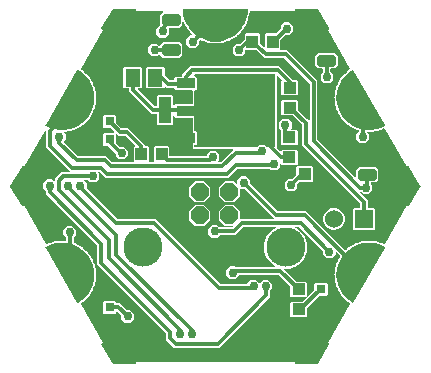
<source format=gbr>
G04 EAGLE Gerber RS-274X export*
G75*
%MOMM*%
%FSLAX34Y34*%
%LPD*%
%INTop Copper*%
%IPPOS*%
%AMOC8*
5,1,8,0,0,1.08239X$1,22.5*%
G01*
%ADD10R,1.100000X1.000000*%
%ADD11R,1.000000X1.100000*%
%ADD12C,0.499997*%
%ADD13C,1.000000*%
%ADD14R,1.300000X1.500000*%
%ADD15R,0.800000X0.800000*%
%ADD16R,1.100000X2.200000*%
%ADD17R,1.530000X1.530000*%
%ADD18C,1.530000*%
%ADD19R,1.600200X0.838200*%
%ADD20R,1.600200X3.098800*%
%ADD21P,1.578125X8X22.500000*%
%ADD22C,3.316000*%
%ADD23C,0.355600*%
%ADD24C,0.756400*%
%ADD25C,0.254000*%
%ADD26C,0.304800*%

G36*
X278630Y195708D02*
X278630Y195708D01*
X278658Y195706D01*
X278726Y195728D01*
X278797Y195742D01*
X278820Y195758D01*
X278847Y195767D01*
X278902Y195814D01*
X278961Y195855D01*
X278976Y195879D01*
X278998Y195897D01*
X279029Y195962D01*
X279068Y196022D01*
X279073Y196050D01*
X279085Y196076D01*
X279094Y196177D01*
X279101Y196219D01*
X279099Y196229D01*
X279100Y196242D01*
X278982Y197719D01*
X413422Y197719D01*
X413304Y196242D01*
X413308Y196213D01*
X413303Y196185D01*
X413320Y196116D01*
X413328Y196044D01*
X413343Y196020D01*
X413349Y195992D01*
X413392Y195934D01*
X413428Y195872D01*
X413450Y195855D01*
X413467Y195832D01*
X413529Y195795D01*
X413586Y195752D01*
X413614Y195745D01*
X413638Y195730D01*
X413738Y195714D01*
X413779Y195703D01*
X413789Y195705D01*
X413802Y195703D01*
X432802Y195703D01*
X432878Y195718D01*
X432956Y195727D01*
X432975Y195738D01*
X432997Y195742D01*
X433061Y195786D01*
X433129Y195825D01*
X433145Y195844D01*
X433161Y195855D01*
X433185Y195893D01*
X433235Y195953D01*
X442735Y212453D01*
X442744Y212480D01*
X442760Y212504D01*
X442775Y212574D01*
X442798Y212642D01*
X442795Y212670D01*
X442801Y212698D01*
X442788Y212769D01*
X442782Y212840D01*
X442769Y212865D01*
X442763Y212893D01*
X442723Y212953D01*
X442690Y213016D01*
X442668Y213034D01*
X442652Y213058D01*
X442569Y213116D01*
X442537Y213143D01*
X442526Y213146D01*
X442516Y213153D01*
X441197Y213777D01*
X460088Y246497D01*
X460115Y246579D01*
X460147Y246660D01*
X460147Y246674D01*
X460152Y246687D01*
X460145Y246774D01*
X460144Y246860D01*
X460138Y246873D01*
X460137Y246887D01*
X460098Y246964D01*
X460062Y247044D01*
X460052Y247054D01*
X460046Y247066D01*
X460003Y247101D01*
X459934Y247170D01*
X458814Y247933D01*
X458749Y247960D01*
X458687Y247995D01*
X458655Y248000D01*
X458629Y248011D01*
X458577Y248011D01*
X458509Y248021D01*
X458503Y248020D01*
X458028Y248462D01*
X457998Y248480D01*
X457968Y248509D01*
X457432Y248874D01*
X457431Y248880D01*
X457404Y248945D01*
X457386Y249013D01*
X457366Y249039D01*
X457356Y249065D01*
X457319Y249102D01*
X457278Y249157D01*
X455539Y250770D01*
X455479Y250806D01*
X455423Y250850D01*
X455392Y250860D01*
X455368Y250874D01*
X455317Y250882D01*
X455250Y250902D01*
X455245Y250902D01*
X454840Y251410D01*
X454814Y251432D01*
X454789Y251465D01*
X454313Y251906D01*
X454313Y251912D01*
X454296Y251980D01*
X454288Y252051D01*
X454272Y252079D01*
X454266Y252107D01*
X454235Y252148D01*
X454202Y252209D01*
X452723Y254063D01*
X452669Y254108D01*
X452621Y254159D01*
X452591Y254173D01*
X452570Y254191D01*
X452520Y254207D01*
X452458Y254236D01*
X452452Y254238D01*
X452128Y254800D01*
X452105Y254826D01*
X452085Y254862D01*
X451680Y255369D01*
X451681Y255375D01*
X451675Y255445D01*
X451677Y255516D01*
X451666Y255547D01*
X451664Y255575D01*
X451640Y255620D01*
X451616Y255685D01*
X450430Y257739D01*
X450383Y257792D01*
X450343Y257850D01*
X450316Y257868D01*
X450297Y257889D01*
X450251Y257911D01*
X450193Y257950D01*
X450188Y257952D01*
X449951Y258556D01*
X449932Y258585D01*
X449918Y258624D01*
X449593Y259186D01*
X449595Y259191D01*
X449599Y259262D01*
X449612Y259331D01*
X449606Y259363D01*
X449607Y259391D01*
X449590Y259440D01*
X449577Y259508D01*
X448710Y261715D01*
X448672Y261774D01*
X448641Y261838D01*
X448616Y261860D01*
X448601Y261884D01*
X448559Y261913D01*
X448507Y261959D01*
X448503Y261962D01*
X448358Y262595D01*
X448344Y262626D01*
X448336Y262667D01*
X448099Y263271D01*
X448101Y263276D01*
X448116Y263345D01*
X448139Y263412D01*
X448137Y263445D01*
X448143Y263472D01*
X448133Y263523D01*
X448130Y263592D01*
X447602Y265904D01*
X447573Y265968D01*
X447552Y266035D01*
X447531Y266061D01*
X447519Y266086D01*
X447482Y266121D01*
X447438Y266175D01*
X447434Y266179D01*
X447385Y266826D01*
X447376Y266859D01*
X447374Y266901D01*
X447229Y267533D01*
X447232Y267538D01*
X447257Y267604D01*
X447290Y267667D01*
X447293Y267699D01*
X447303Y267726D01*
X447301Y267777D01*
X447308Y267846D01*
X447131Y270211D01*
X447111Y270278D01*
X447101Y270348D01*
X447084Y270377D01*
X447076Y270404D01*
X447044Y270444D01*
X447009Y270504D01*
X447005Y270508D01*
X447054Y271155D01*
X447049Y271189D01*
X447054Y271231D01*
X447005Y271878D01*
X447009Y271882D01*
X447043Y271943D01*
X447085Y272000D01*
X447093Y272032D01*
X447107Y272057D01*
X447113Y272108D01*
X447130Y272175D01*
X447306Y274540D01*
X447298Y274610D01*
X447297Y274680D01*
X447285Y274711D01*
X447281Y274739D01*
X447256Y274783D01*
X447230Y274847D01*
X447227Y274852D01*
X447371Y275485D01*
X447372Y275519D01*
X447382Y275560D01*
X447431Y276207D01*
X447435Y276210D01*
X447478Y276266D01*
X447528Y276316D01*
X447541Y276346D01*
X447558Y276369D01*
X447571Y276419D01*
X447598Y276482D01*
X448125Y278794D01*
X448127Y278864D01*
X448132Y278889D01*
X448131Y278891D01*
X448137Y278935D01*
X448130Y278966D01*
X448130Y278994D01*
X448112Y279043D01*
X448096Y279110D01*
X448093Y279115D01*
X448330Y279719D01*
X448336Y279753D01*
X448353Y279791D01*
X448497Y280424D01*
X448502Y280427D01*
X448553Y280476D01*
X448609Y280518D01*
X448626Y280546D01*
X448647Y280565D01*
X448667Y280612D01*
X448704Y280671D01*
X449569Y282879D01*
X449582Y282949D01*
X449602Y283016D01*
X449599Y283049D01*
X449604Y283076D01*
X449593Y283127D01*
X449587Y283196D01*
X449586Y283201D01*
X449910Y283763D01*
X449921Y283796D01*
X449943Y283831D01*
X450180Y284435D01*
X450185Y284438D01*
X450243Y284478D01*
X450305Y284511D01*
X450326Y284536D01*
X450349Y284553D01*
X450376Y284596D01*
X450421Y284649D01*
X451606Y286703D01*
X451629Y286770D01*
X451659Y286834D01*
X451661Y286866D01*
X451670Y286893D01*
X451666Y286944D01*
X451671Y287014D01*
X451653Y287171D01*
X451657Y287196D01*
X451652Y287219D01*
X451654Y287242D01*
X451629Y287316D01*
X451612Y287391D01*
X451598Y287412D01*
X451591Y287432D01*
X451555Y287474D01*
X451509Y287539D01*
X448768Y290281D01*
X448765Y290282D01*
X448764Y290284D01*
X448683Y290337D01*
X448601Y290392D01*
X448598Y290392D01*
X448596Y290394D01*
X448500Y290411D01*
X448404Y290429D01*
X448401Y290429D01*
X448399Y290429D01*
X448302Y290408D01*
X448208Y290388D01*
X448206Y290386D01*
X448203Y290386D01*
X448123Y290329D01*
X448043Y290273D01*
X448042Y290271D01*
X448040Y290270D01*
X447988Y290187D01*
X447936Y290104D01*
X447935Y290102D01*
X447934Y290099D01*
X447902Y289922D01*
X447902Y288632D01*
X444793Y285523D01*
X440397Y285523D01*
X437288Y288632D01*
X437288Y291256D01*
X437287Y291264D01*
X437288Y291271D01*
X437267Y291361D01*
X437249Y291452D01*
X437244Y291459D01*
X437242Y291467D01*
X437140Y291615D01*
X417246Y311509D01*
X417239Y311513D01*
X417234Y311519D01*
X417156Y311568D01*
X417079Y311620D01*
X417071Y311621D01*
X417064Y311625D01*
X416887Y311657D01*
X414417Y311657D01*
X414415Y311657D01*
X414414Y311657D01*
X414319Y311638D01*
X414220Y311618D01*
X414219Y311617D01*
X414218Y311617D01*
X414137Y311561D01*
X414054Y311505D01*
X414054Y311504D01*
X414053Y311503D01*
X413998Y311418D01*
X413945Y311337D01*
X413945Y311336D01*
X413944Y311335D01*
X413927Y311236D01*
X413910Y311140D01*
X413910Y311138D01*
X413910Y311137D01*
X413932Y311041D01*
X413953Y310944D01*
X413954Y310943D01*
X413954Y310942D01*
X414012Y310861D01*
X414069Y310781D01*
X414070Y310780D01*
X414071Y310779D01*
X414223Y310681D01*
X415896Y309988D01*
X420988Y304895D01*
X423745Y298241D01*
X423745Y291039D01*
X420988Y284385D01*
X415895Y279292D01*
X414803Y278839D01*
X413579Y278332D01*
X412354Y277825D01*
X411130Y277317D01*
X411129Y277317D01*
X409905Y276810D01*
X409241Y276535D01*
X405000Y276535D01*
X404998Y276535D01*
X404995Y276535D01*
X404900Y276515D01*
X404804Y276496D01*
X404801Y276494D01*
X404799Y276494D01*
X404718Y276438D01*
X404638Y276383D01*
X404636Y276381D01*
X404634Y276379D01*
X404581Y276296D01*
X404529Y276215D01*
X404528Y276212D01*
X404527Y276210D01*
X404510Y276114D01*
X404493Y276018D01*
X404494Y276015D01*
X404493Y276013D01*
X404515Y275919D01*
X404537Y275822D01*
X404538Y275820D01*
X404539Y275817D01*
X404641Y275669D01*
X414557Y265753D01*
X414564Y265749D01*
X414569Y265743D01*
X414647Y265694D01*
X414724Y265642D01*
X414732Y265641D01*
X414739Y265637D01*
X414916Y265605D01*
X422692Y265605D01*
X423585Y264712D01*
X423585Y253448D01*
X422692Y252555D01*
X410428Y252555D01*
X409535Y253448D01*
X409535Y261224D01*
X409534Y261232D01*
X409535Y261239D01*
X409514Y261329D01*
X409496Y261420D01*
X409491Y261427D01*
X409489Y261435D01*
X409387Y261583D01*
X399847Y271123D01*
X399841Y271127D01*
X399837Y271132D01*
X399836Y271133D01*
X399835Y271133D01*
X399757Y271182D01*
X399680Y271234D01*
X399672Y271235D01*
X399665Y271239D01*
X399488Y271271D01*
X366494Y271271D01*
X366489Y271270D01*
X366484Y271271D01*
X366391Y271250D01*
X366297Y271232D01*
X366293Y271229D01*
X366288Y271228D01*
X366210Y271172D01*
X366132Y271119D01*
X366129Y271115D01*
X366125Y271112D01*
X366074Y271030D01*
X366022Y270951D01*
X366022Y270946D01*
X366019Y270941D01*
X366006Y270871D01*
X362878Y267743D01*
X358482Y267743D01*
X355373Y270852D01*
X355373Y275248D01*
X358482Y278357D01*
X362878Y278357D01*
X363210Y278025D01*
X363216Y278021D01*
X363221Y278015D01*
X363299Y277966D01*
X363377Y277914D01*
X363384Y277913D01*
X363391Y277909D01*
X363568Y277877D01*
X396250Y277877D01*
X396251Y277877D01*
X396253Y277877D01*
X396348Y277896D01*
X396447Y277916D01*
X396448Y277917D01*
X396449Y277917D01*
X396530Y277973D01*
X396612Y278029D01*
X396613Y278030D01*
X396614Y278031D01*
X396669Y278116D01*
X396722Y278197D01*
X396722Y278198D01*
X396723Y278199D01*
X396740Y278298D01*
X396757Y278394D01*
X396757Y278396D01*
X396757Y278397D01*
X396736Y278490D01*
X396714Y278590D01*
X396713Y278591D01*
X396713Y278592D01*
X396655Y278672D01*
X396598Y278753D01*
X396597Y278754D01*
X396596Y278755D01*
X396444Y278853D01*
X395384Y279292D01*
X390292Y284385D01*
X387535Y291039D01*
X387535Y298241D01*
X390292Y304895D01*
X395384Y309988D01*
X397057Y310681D01*
X397058Y310682D01*
X397060Y310682D01*
X397142Y310738D01*
X397224Y310793D01*
X397225Y310794D01*
X397226Y310795D01*
X397278Y310875D01*
X397334Y310961D01*
X397334Y310962D01*
X397335Y310963D01*
X397352Y311060D01*
X397370Y311158D01*
X397370Y311159D01*
X397370Y311160D01*
X397348Y311260D01*
X397328Y311354D01*
X397327Y311355D01*
X397327Y311356D01*
X397268Y311438D01*
X397213Y311518D01*
X397212Y311518D01*
X397211Y311519D01*
X397126Y311572D01*
X397043Y311624D01*
X397042Y311625D01*
X397041Y311625D01*
X396863Y311657D01*
X370258Y311657D01*
X370250Y311656D01*
X370242Y311657D01*
X370152Y311636D01*
X370061Y311618D01*
X370055Y311613D01*
X370047Y311611D01*
X369899Y311509D01*
X363695Y305305D01*
X350330Y305305D01*
X350322Y305304D01*
X350315Y305305D01*
X350225Y305284D01*
X350134Y305266D01*
X350127Y305261D01*
X350120Y305259D01*
X349972Y305157D01*
X347638Y302823D01*
X343242Y302823D01*
X340133Y305932D01*
X340133Y310328D01*
X343242Y313437D01*
X347638Y313437D01*
X349016Y312059D01*
X349022Y312055D01*
X349027Y312049D01*
X349105Y312000D01*
X349183Y311948D01*
X349190Y311947D01*
X349197Y311943D01*
X349374Y311911D01*
X360749Y311911D01*
X360776Y311916D01*
X360803Y311914D01*
X360890Y311939D01*
X360946Y311950D01*
X360959Y311959D01*
X360976Y311964D01*
X361042Y312016D01*
X361112Y312063D01*
X361121Y312077D01*
X361134Y312088D01*
X361175Y312161D01*
X361221Y312231D01*
X361224Y312248D01*
X361232Y312263D01*
X361242Y312346D01*
X361256Y312428D01*
X361253Y312445D01*
X361255Y312462D01*
X361231Y312542D01*
X361213Y312624D01*
X361203Y312638D01*
X361198Y312654D01*
X361145Y312719D01*
X361097Y312787D01*
X361082Y312796D01*
X361072Y312810D01*
X360998Y312849D01*
X360927Y312893D01*
X360909Y312896D01*
X360895Y312904D01*
X360839Y312909D01*
X360749Y312925D01*
X354289Y312925D01*
X349125Y318089D01*
X349125Y325391D01*
X354289Y330555D01*
X361591Y330555D01*
X366755Y325391D01*
X366755Y318770D01*
X366756Y318765D01*
X366755Y318760D01*
X366776Y318667D01*
X366794Y318573D01*
X366797Y318569D01*
X366798Y318564D01*
X366854Y318486D01*
X366907Y318408D01*
X366911Y318405D01*
X366914Y318401D01*
X366996Y318350D01*
X367075Y318298D01*
X367080Y318298D01*
X367085Y318295D01*
X367262Y318263D01*
X395452Y318263D01*
X395454Y318263D01*
X395457Y318263D01*
X395552Y318283D01*
X395648Y318302D01*
X395651Y318304D01*
X395653Y318304D01*
X395734Y318360D01*
X395814Y318415D01*
X395816Y318417D01*
X395818Y318419D01*
X395871Y318502D01*
X395923Y318583D01*
X395924Y318586D01*
X395925Y318588D01*
X395942Y318684D01*
X395959Y318780D01*
X395958Y318783D01*
X395959Y318785D01*
X395937Y318879D01*
X395915Y318976D01*
X395914Y318978D01*
X395913Y318981D01*
X395811Y319129D01*
X395337Y319603D01*
X395336Y319603D01*
X395335Y319605D01*
X370868Y343797D01*
X370862Y343800D01*
X370859Y343805D01*
X370778Y343855D01*
X370700Y343907D01*
X370694Y343908D01*
X370688Y343911D01*
X370511Y343943D01*
X367852Y343943D01*
X367621Y344174D01*
X367619Y344176D01*
X367618Y344177D01*
X367617Y344178D01*
X367536Y344231D01*
X367454Y344285D01*
X367451Y344286D01*
X367449Y344287D01*
X367353Y344305D01*
X367257Y344323D01*
X367254Y344323D01*
X367252Y344323D01*
X367155Y344301D01*
X367061Y344281D01*
X367059Y344280D01*
X367056Y344279D01*
X366975Y344222D01*
X366896Y344167D01*
X366895Y344165D01*
X366893Y344163D01*
X366840Y344079D01*
X366789Y343998D01*
X366788Y343995D01*
X366787Y343993D01*
X366755Y343816D01*
X366755Y338089D01*
X361591Y332925D01*
X354289Y332925D01*
X349125Y338089D01*
X349125Y345391D01*
X354289Y350555D01*
X361591Y350555D01*
X363877Y348269D01*
X363880Y348267D01*
X363881Y348265D01*
X363962Y348212D01*
X364044Y348158D01*
X364047Y348157D01*
X364049Y348156D01*
X364145Y348138D01*
X364241Y348120D01*
X364244Y348121D01*
X364246Y348120D01*
X364343Y348142D01*
X364437Y348162D01*
X364439Y348163D01*
X364442Y348164D01*
X364522Y348220D01*
X364602Y348276D01*
X364603Y348278D01*
X364605Y348280D01*
X364656Y348362D01*
X364709Y348445D01*
X364710Y348448D01*
X364711Y348450D01*
X364743Y348627D01*
X364743Y351448D01*
X367852Y354557D01*
X372248Y354557D01*
X375357Y351448D01*
X375357Y348859D01*
X375359Y348850D01*
X375357Y348841D01*
X375378Y348752D01*
X375396Y348663D01*
X375402Y348655D01*
X375404Y348646D01*
X375507Y348499D01*
X398874Y325394D01*
X398879Y325391D01*
X398883Y325386D01*
X398963Y325336D01*
X399042Y325284D01*
X399048Y325283D01*
X399053Y325280D01*
X399231Y325248D01*
X423142Y325248D01*
X425225Y323164D01*
X455825Y292565D01*
X455905Y292512D01*
X455984Y292458D01*
X455988Y292457D01*
X455992Y292454D01*
X456086Y292436D01*
X456180Y292417D01*
X456184Y292418D01*
X456188Y292417D01*
X456282Y292437D01*
X456377Y292455D01*
X456381Y292457D01*
X456385Y292458D01*
X456416Y292480D01*
X456528Y292552D01*
X457263Y293235D01*
X457305Y293292D01*
X457352Y293344D01*
X457364Y293375D01*
X457380Y293397D01*
X457392Y293448D01*
X457417Y293512D01*
X457418Y293518D01*
X457954Y293883D01*
X457978Y293908D01*
X458013Y293931D01*
X458489Y294372D01*
X458494Y294372D01*
X458564Y294383D01*
X458634Y294386D01*
X458664Y294400D01*
X458692Y294404D01*
X458736Y294432D01*
X458799Y294460D01*
X460758Y295796D01*
X460807Y295847D01*
X460862Y295891D01*
X460878Y295920D01*
X460898Y295940D01*
X460917Y295988D01*
X460951Y296048D01*
X460952Y296053D01*
X461537Y296335D01*
X461565Y296356D01*
X461603Y296373D01*
X462139Y296739D01*
X462144Y296738D01*
X462215Y296738D01*
X462285Y296731D01*
X462316Y296740D01*
X462344Y296740D01*
X462392Y296761D01*
X462458Y296779D01*
X464595Y297809D01*
X464651Y297851D01*
X464712Y297887D01*
X464732Y297913D01*
X464754Y297930D01*
X464780Y297974D01*
X464823Y298029D01*
X464825Y298034D01*
X465446Y298225D01*
X465476Y298242D01*
X465516Y298253D01*
X466101Y298534D01*
X466106Y298533D01*
X466176Y298523D01*
X466244Y298505D01*
X466277Y298509D01*
X466304Y298505D01*
X466354Y298518D01*
X466423Y298527D01*
X468689Y299226D01*
X468751Y299260D01*
X468816Y299286D01*
X468840Y299309D01*
X468865Y299322D01*
X468897Y299363D01*
X468947Y299410D01*
X468950Y299415D01*
X469592Y299511D01*
X469625Y299523D01*
X469666Y299528D01*
X470286Y299720D01*
X470291Y299717D01*
X470313Y299711D01*
X470317Y299708D01*
X470330Y299706D01*
X470359Y299697D01*
X470423Y299669D01*
X470456Y299668D01*
X470483Y299660D01*
X470534Y299666D01*
X470604Y299664D01*
X472948Y300018D01*
X473015Y300043D01*
X473083Y300059D01*
X473110Y300077D01*
X473137Y300087D01*
X473175Y300122D01*
X473231Y300161D01*
X473235Y300165D01*
X473884Y300165D01*
X473918Y300172D01*
X473960Y300171D01*
X474601Y300268D01*
X474606Y300265D01*
X474670Y300235D01*
X474730Y300198D01*
X474762Y300192D01*
X474787Y300180D01*
X474839Y300178D01*
X474907Y300166D01*
X477278Y300167D01*
X477348Y300181D01*
X477418Y300186D01*
X477447Y300201D01*
X477475Y300206D01*
X477518Y300235D01*
X477580Y300266D01*
X477584Y300269D01*
X478226Y300173D01*
X478260Y300174D01*
X478301Y300167D01*
X478950Y300167D01*
X478954Y300163D01*
X479013Y300124D01*
X479067Y300078D01*
X479098Y300068D01*
X479121Y300052D01*
X479172Y300043D01*
X479237Y300020D01*
X481582Y299668D01*
X481653Y299671D01*
X481723Y299666D01*
X481754Y299676D01*
X481782Y299678D01*
X481829Y299700D01*
X481874Y299714D01*
X481880Y299716D01*
X481883Y299717D01*
X481895Y299721D01*
X481900Y299724D01*
X482520Y299532D01*
X482554Y299529D01*
X482594Y299516D01*
X483235Y299419D01*
X483239Y299415D01*
X483291Y299367D01*
X483337Y299314D01*
X483366Y299299D01*
X483387Y299280D01*
X483436Y299263D01*
X483497Y299231D01*
X485764Y298533D01*
X485834Y298526D01*
X485903Y298511D01*
X485935Y298516D01*
X485963Y298513D01*
X486012Y298528D01*
X486081Y298539D01*
X486086Y298541D01*
X486671Y298259D01*
X486704Y298251D01*
X486741Y298232D01*
X487361Y298041D01*
X487364Y298036D01*
X487409Y297981D01*
X487446Y297922D01*
X487473Y297902D01*
X487491Y297881D01*
X487536Y297857D01*
X487592Y297816D01*
X488830Y297220D01*
X488914Y297199D01*
X488997Y297173D01*
X489011Y297174D01*
X489024Y297171D01*
X489110Y297184D01*
X489196Y297192D01*
X489209Y297198D01*
X489223Y297200D01*
X489297Y297245D01*
X489373Y297286D01*
X489383Y297298D01*
X489394Y297305D01*
X489427Y297350D01*
X489489Y297424D01*
X508381Y330145D01*
X509618Y329291D01*
X509645Y329280D01*
X509667Y329261D01*
X509736Y329241D01*
X509801Y329213D01*
X509830Y329213D01*
X509858Y329205D01*
X509929Y329213D01*
X510000Y329213D01*
X510027Y329224D01*
X510056Y329227D01*
X510118Y329262D01*
X510183Y329290D01*
X510204Y329310D01*
X510229Y329325D01*
X510292Y329402D01*
X510322Y329432D01*
X510326Y329442D01*
X510335Y329453D01*
X519835Y345953D01*
X519845Y345985D01*
X519854Y345998D01*
X519858Y346022D01*
X519859Y346026D01*
X519890Y346096D01*
X519890Y346120D01*
X519898Y346142D01*
X519892Y346218D01*
X519893Y346295D01*
X519883Y346319D01*
X519882Y346340D01*
X519861Y346379D01*
X519835Y346451D01*
X510335Y362951D01*
X510316Y362973D01*
X510303Y362999D01*
X510250Y363047D01*
X510203Y363100D01*
X510177Y363113D01*
X510156Y363132D01*
X510088Y363155D01*
X510024Y363186D01*
X509995Y363188D01*
X509968Y363197D01*
X509896Y363192D01*
X509825Y363195D01*
X509798Y363185D01*
X509769Y363183D01*
X509679Y363141D01*
X509639Y363126D01*
X509631Y363119D01*
X509618Y363113D01*
X508381Y362259D01*
X489489Y394980D01*
X489432Y395045D01*
X489378Y395113D01*
X489366Y395120D01*
X489357Y395131D01*
X489279Y395168D01*
X489203Y395210D01*
X489189Y395212D01*
X489176Y395218D01*
X489090Y395222D01*
X489004Y395232D01*
X488989Y395228D01*
X488976Y395228D01*
X488924Y395210D01*
X488830Y395184D01*
X487592Y394588D01*
X487536Y394545D01*
X487475Y394510D01*
X487455Y394484D01*
X487432Y394467D01*
X487406Y394422D01*
X487364Y394368D01*
X487361Y394363D01*
X486741Y394172D01*
X486711Y394156D01*
X486671Y394145D01*
X486086Y393863D01*
X486081Y393865D01*
X486011Y393875D01*
X485942Y393893D01*
X485910Y393889D01*
X485882Y393893D01*
X485832Y393879D01*
X485764Y393871D01*
X483497Y393173D01*
X483435Y393139D01*
X483370Y393113D01*
X483346Y393090D01*
X483321Y393077D01*
X483289Y393037D01*
X483239Y392989D01*
X483235Y392985D01*
X482594Y392888D01*
X482561Y392877D01*
X482520Y392872D01*
X481900Y392680D01*
X481895Y392683D01*
X481827Y392703D01*
X481762Y392731D01*
X481730Y392732D01*
X481703Y392740D01*
X481651Y392734D01*
X481582Y392736D01*
X479237Y392384D01*
X479171Y392360D01*
X479102Y392343D01*
X479075Y392325D01*
X479049Y392315D01*
X479011Y392280D01*
X478954Y392241D01*
X478950Y392237D01*
X478301Y392237D01*
X478267Y392230D01*
X478226Y392231D01*
X477584Y392135D01*
X477580Y392138D01*
X477516Y392168D01*
X477456Y392205D01*
X477423Y392211D01*
X477398Y392223D01*
X477346Y392225D01*
X477278Y392237D01*
X475329Y392238D01*
X475326Y392238D01*
X475324Y392238D01*
X475229Y392218D01*
X475133Y392199D01*
X475130Y392197D01*
X475128Y392196D01*
X475047Y392140D01*
X474967Y392086D01*
X474965Y392084D01*
X474963Y392082D01*
X474910Y391999D01*
X474857Y391918D01*
X474857Y391915D01*
X474855Y391913D01*
X474839Y391818D01*
X474822Y391721D01*
X474822Y391718D01*
X474822Y391715D01*
X474844Y391621D01*
X474865Y391525D01*
X474867Y391523D01*
X474867Y391520D01*
X474970Y391372D01*
X476159Y390183D01*
X476159Y385787D01*
X473051Y382678D01*
X468654Y382678D01*
X465546Y385787D01*
X465546Y390183D01*
X467401Y392039D01*
X467406Y392045D01*
X467412Y392050D01*
X467461Y392128D01*
X467512Y392206D01*
X467514Y392213D01*
X467518Y392220D01*
X467550Y392397D01*
X467550Y393155D01*
X467544Y393185D01*
X467546Y393215D01*
X467524Y393282D01*
X467510Y393351D01*
X467493Y393377D01*
X467484Y393405D01*
X467437Y393459D01*
X467398Y393517D01*
X467372Y393534D01*
X467352Y393557D01*
X467276Y393596D01*
X467229Y393627D01*
X467211Y393630D01*
X467192Y393640D01*
X466423Y393877D01*
X466353Y393884D01*
X466284Y393900D01*
X466251Y393895D01*
X466223Y393897D01*
X466174Y393882D01*
X466106Y393871D01*
X466101Y393870D01*
X465516Y394151D01*
X465482Y394160D01*
X465446Y394179D01*
X464825Y394370D01*
X464823Y394375D01*
X464778Y394430D01*
X464740Y394490D01*
X464714Y394509D01*
X464696Y394531D01*
X464651Y394555D01*
X464595Y394595D01*
X462458Y395625D01*
X462390Y395642D01*
X462324Y395668D01*
X462291Y395668D01*
X462264Y395675D01*
X462213Y395667D01*
X462144Y395666D01*
X462139Y395665D01*
X461603Y396031D01*
X461571Y396045D01*
X461537Y396069D01*
X460952Y396351D01*
X460951Y396356D01*
X460915Y396417D01*
X460886Y396481D01*
X460863Y396504D01*
X460848Y396528D01*
X460807Y396559D01*
X460758Y396608D01*
X458799Y397944D01*
X458734Y397972D01*
X458672Y398007D01*
X458640Y398011D01*
X458614Y398022D01*
X458563Y398022D01*
X458494Y398032D01*
X458489Y398032D01*
X458013Y398473D01*
X457984Y398491D01*
X457954Y398521D01*
X457418Y398886D01*
X457417Y398892D01*
X457390Y398957D01*
X457372Y399025D01*
X457352Y399052D01*
X457341Y399077D01*
X457305Y399114D01*
X457263Y399169D01*
X455526Y400783D01*
X455466Y400820D01*
X455410Y400863D01*
X455379Y400873D01*
X455355Y400887D01*
X455304Y400895D01*
X455238Y400915D01*
X455232Y400916D01*
X454828Y401423D01*
X454801Y401446D01*
X454776Y401479D01*
X454301Y401920D01*
X454300Y401926D01*
X454284Y401995D01*
X454276Y402065D01*
X454260Y402093D01*
X454253Y402121D01*
X454223Y402162D01*
X454190Y402223D01*
X452712Y404078D01*
X452658Y404123D01*
X452610Y404175D01*
X452580Y404189D01*
X452559Y404207D01*
X452509Y404222D01*
X452447Y404251D01*
X452442Y404253D01*
X452117Y404815D01*
X452094Y404841D01*
X452075Y404878D01*
X451670Y405385D01*
X451671Y405390D01*
X451665Y405461D01*
X451667Y405531D01*
X451656Y405562D01*
X451654Y405590D01*
X451630Y405636D01*
X451606Y405701D01*
X450421Y407755D01*
X450374Y407808D01*
X450334Y407866D01*
X450307Y407884D01*
X450289Y407905D01*
X450242Y407928D01*
X450185Y407966D01*
X450180Y407969D01*
X449943Y408573D01*
X449924Y408602D01*
X449910Y408641D01*
X449586Y409203D01*
X449587Y409208D01*
X449592Y409279D01*
X449604Y409348D01*
X449598Y409380D01*
X449600Y409408D01*
X449583Y409457D01*
X449569Y409525D01*
X448704Y411733D01*
X448666Y411792D01*
X448635Y411855D01*
X448610Y411878D01*
X448595Y411901D01*
X448553Y411930D01*
X448502Y411977D01*
X448497Y411980D01*
X448353Y412613D01*
X448338Y412644D01*
X448330Y412685D01*
X448093Y413289D01*
X448096Y413294D01*
X448111Y413363D01*
X448134Y413430D01*
X448132Y413463D01*
X448138Y413490D01*
X448129Y413541D01*
X448125Y413610D01*
X447598Y415922D01*
X447570Y415986D01*
X447548Y416054D01*
X447528Y416079D01*
X447516Y416105D01*
X447478Y416140D01*
X447435Y416194D01*
X447431Y416197D01*
X447382Y416844D01*
X447373Y416878D01*
X447371Y416919D01*
X447227Y417552D01*
X447230Y417557D01*
X447255Y417623D01*
X447288Y417685D01*
X447291Y417718D01*
X447301Y417744D01*
X447299Y417796D01*
X447306Y417864D01*
X447130Y420229D01*
X447111Y420297D01*
X447100Y420367D01*
X447083Y420395D01*
X447076Y420422D01*
X447044Y420462D01*
X447009Y420522D01*
X447005Y420526D01*
X447054Y421173D01*
X447049Y421208D01*
X447054Y421249D01*
X447005Y421896D01*
X447009Y421900D01*
X447044Y421962D01*
X447085Y422019D01*
X447094Y422051D01*
X447107Y422075D01*
X447113Y422127D01*
X447131Y422193D01*
X447308Y424558D01*
X447300Y424628D01*
X447299Y424699D01*
X447287Y424729D01*
X447284Y424757D01*
X447258Y424802D01*
X447232Y424866D01*
X447229Y424871D01*
X447374Y425503D01*
X447375Y425538D01*
X447385Y425578D01*
X447434Y426225D01*
X447438Y426229D01*
X447482Y426285D01*
X447531Y426335D01*
X447544Y426365D01*
X447561Y426387D01*
X447575Y426437D01*
X447602Y426500D01*
X448130Y428812D01*
X448132Y428883D01*
X448142Y428953D01*
X448135Y428984D01*
X448135Y429012D01*
X448117Y429061D01*
X448101Y429128D01*
X448099Y429133D01*
X448336Y429737D01*
X448342Y429771D01*
X448358Y429809D01*
X448503Y430442D01*
X448507Y430445D01*
X448559Y430493D01*
X448615Y430536D01*
X448632Y430563D01*
X448653Y430583D01*
X448674Y430630D01*
X448710Y430689D01*
X449577Y432896D01*
X449589Y432966D01*
X449610Y433033D01*
X449607Y433066D01*
X449612Y433093D01*
X449601Y433144D01*
X449595Y433213D01*
X449593Y433218D01*
X449918Y433780D01*
X449929Y433813D01*
X449951Y433848D01*
X450188Y434452D01*
X450193Y434454D01*
X450251Y434495D01*
X450313Y434528D01*
X450335Y434553D01*
X450358Y434569D01*
X450385Y434613D01*
X450430Y434665D01*
X451616Y436719D01*
X451639Y436786D01*
X451669Y436849D01*
X451671Y436882D01*
X451680Y436909D01*
X451676Y436960D01*
X451681Y437029D01*
X451680Y437035D01*
X452085Y437542D01*
X452101Y437573D01*
X452128Y437604D01*
X452452Y438166D01*
X452458Y438168D01*
X452502Y438190D01*
X452527Y438195D01*
X452547Y438208D01*
X452588Y438223D01*
X452612Y438244D01*
X452637Y438257D01*
X452665Y438288D01*
X452693Y438307D01*
X452704Y438324D01*
X452723Y438341D01*
X454202Y440195D01*
X454234Y440258D01*
X454274Y440316D01*
X454281Y440348D01*
X454294Y440373D01*
X454298Y440425D01*
X454313Y440492D01*
X454313Y440498D01*
X454789Y440939D01*
X454809Y440967D01*
X454840Y440994D01*
X455245Y441502D01*
X455250Y441502D01*
X455318Y441524D01*
X455387Y441537D01*
X455415Y441555D01*
X455441Y441564D01*
X455481Y441597D01*
X455539Y441634D01*
X457278Y443247D01*
X457319Y443304D01*
X457367Y443356D01*
X457378Y443387D01*
X457395Y443409D01*
X457406Y443460D01*
X457431Y443524D01*
X457432Y443530D01*
X457968Y443895D01*
X457993Y443920D01*
X458028Y443942D01*
X458503Y444384D01*
X458509Y444383D01*
X458579Y444395D01*
X458649Y444398D01*
X458679Y444411D01*
X458707Y444415D01*
X458751Y444443D01*
X458814Y444471D01*
X459934Y445234D01*
X459994Y445296D01*
X460058Y445355D01*
X460064Y445368D01*
X460074Y445378D01*
X460106Y445458D01*
X460142Y445537D01*
X460143Y445551D01*
X460148Y445564D01*
X460146Y445651D01*
X460149Y445737D01*
X460144Y445751D01*
X460143Y445764D01*
X460121Y445815D01*
X460088Y445907D01*
X441197Y478627D01*
X442516Y479251D01*
X442538Y479268D01*
X442565Y479278D01*
X442617Y479327D01*
X442675Y479370D01*
X442689Y479395D01*
X442710Y479414D01*
X442739Y479480D01*
X442775Y479542D01*
X442778Y479570D01*
X442790Y479596D01*
X442791Y479668D01*
X442800Y479739D01*
X442792Y479766D01*
X442793Y479795D01*
X442757Y479890D01*
X442746Y479930D01*
X442739Y479939D01*
X442735Y479951D01*
X433235Y496451D01*
X433183Y496510D01*
X433137Y496572D01*
X433118Y496583D01*
X433103Y496600D01*
X433033Y496634D01*
X432966Y496674D01*
X432942Y496678D01*
X432924Y496686D01*
X432879Y496688D01*
X432802Y496701D01*
X413802Y496701D01*
X413774Y496696D01*
X413746Y496698D01*
X413678Y496676D01*
X413607Y496662D01*
X413584Y496646D01*
X413557Y496637D01*
X413502Y496590D01*
X413443Y496549D01*
X413428Y496525D01*
X413407Y496507D01*
X413375Y496442D01*
X413336Y496382D01*
X413331Y496354D01*
X413319Y496328D01*
X413310Y496227D01*
X413303Y496185D01*
X413305Y496175D01*
X413304Y496162D01*
X413422Y494685D01*
X375589Y494685D01*
X375504Y494668D01*
X375419Y494656D01*
X375407Y494648D01*
X375393Y494646D01*
X375321Y494597D01*
X375247Y494552D01*
X375239Y494541D01*
X375227Y494533D01*
X375180Y494461D01*
X375129Y494390D01*
X375125Y494376D01*
X375118Y494365D01*
X375108Y494310D01*
X375084Y494216D01*
X374982Y492857D01*
X374991Y492787D01*
X374991Y492717D01*
X375003Y492686D01*
X375007Y492658D01*
X375032Y492614D01*
X375058Y492550D01*
X375061Y492545D01*
X374917Y491912D01*
X374916Y491878D01*
X374905Y491837D01*
X374857Y491190D01*
X374853Y491187D01*
X374809Y491131D01*
X374760Y491081D01*
X374747Y491051D01*
X374730Y491028D01*
X374716Y490979D01*
X374689Y490915D01*
X374162Y488605D01*
X374160Y488535D01*
X374150Y488465D01*
X374157Y488433D01*
X374157Y488405D01*
X374175Y488357D01*
X374191Y488290D01*
X374194Y488285D01*
X373957Y487681D01*
X373950Y487646D01*
X373934Y487608D01*
X373790Y486975D01*
X373785Y486972D01*
X373734Y486924D01*
X373677Y486882D01*
X373660Y486854D01*
X373640Y486834D01*
X373619Y486787D01*
X373583Y486728D01*
X372717Y484523D01*
X372705Y484453D01*
X372685Y484386D01*
X372687Y484353D01*
X372682Y484326D01*
X372694Y484275D01*
X372700Y484206D01*
X372701Y484201D01*
X372377Y483639D01*
X372365Y483606D01*
X372344Y483571D01*
X372107Y482967D01*
X372101Y482965D01*
X372044Y482924D01*
X371981Y482891D01*
X371960Y482866D01*
X371937Y482850D01*
X371910Y482806D01*
X371865Y482753D01*
X370680Y480702D01*
X370658Y480635D01*
X370628Y480571D01*
X370625Y480538D01*
X370617Y480512D01*
X370620Y480460D01*
X370616Y480391D01*
X370616Y480386D01*
X370212Y479878D01*
X370196Y479847D01*
X370169Y479816D01*
X369845Y479254D01*
X369839Y479252D01*
X369776Y479221D01*
X369710Y479197D01*
X369685Y479176D01*
X369660Y479163D01*
X369626Y479124D01*
X369590Y479092D01*
X369587Y479090D01*
X369586Y479089D01*
X369574Y479079D01*
X368097Y477226D01*
X368065Y477164D01*
X368025Y477105D01*
X368018Y477073D01*
X368005Y477048D01*
X368001Y476997D01*
X367987Y476929D01*
X367986Y476924D01*
X367511Y476482D01*
X367490Y476454D01*
X367459Y476427D01*
X367055Y475919D01*
X367049Y475919D01*
X366982Y475897D01*
X366913Y475884D01*
X366885Y475866D01*
X366858Y475857D01*
X366819Y475824D01*
X366761Y475786D01*
X365024Y474175D01*
X364983Y474118D01*
X364935Y474066D01*
X364923Y474035D01*
X364907Y474012D01*
X364895Y473962D01*
X364871Y473897D01*
X364870Y473892D01*
X364334Y473527D01*
X364309Y473502D01*
X364274Y473479D01*
X363799Y473038D01*
X363793Y473038D01*
X363724Y473027D01*
X363653Y473024D01*
X363623Y473010D01*
X363595Y473006D01*
X363552Y472979D01*
X363488Y472950D01*
X361531Y471616D01*
X361482Y471565D01*
X361427Y471521D01*
X361410Y471492D01*
X361391Y471472D01*
X361372Y471424D01*
X361338Y471364D01*
X361336Y471359D01*
X360751Y471077D01*
X360724Y471056D01*
X360686Y471039D01*
X360150Y470674D01*
X360144Y470675D01*
X360074Y470674D01*
X360003Y470682D01*
X359972Y470673D01*
X359944Y470673D01*
X359897Y470652D01*
X359830Y470634D01*
X357695Y469606D01*
X357639Y469563D01*
X357578Y469527D01*
X357558Y469502D01*
X357536Y469485D01*
X357510Y469440D01*
X357467Y469386D01*
X357464Y469381D01*
X356844Y469190D01*
X356814Y469173D01*
X356774Y469162D01*
X356189Y468880D01*
X356184Y468882D01*
X356114Y468892D01*
X356046Y468910D01*
X356013Y468906D01*
X355985Y468910D01*
X355935Y468896D01*
X355867Y468888D01*
X353603Y468190D01*
X353541Y468156D01*
X353475Y468130D01*
X353452Y468107D01*
X353427Y468094D01*
X353395Y468054D01*
X353344Y468006D01*
X353341Y468002D01*
X352700Y467905D01*
X352667Y467893D01*
X352626Y467888D01*
X352005Y467697D01*
X352001Y467700D01*
X351933Y467720D01*
X351868Y467747D01*
X351835Y467748D01*
X351808Y467756D01*
X351757Y467751D01*
X351688Y467753D01*
X349345Y467400D01*
X349279Y467375D01*
X349210Y467359D01*
X349183Y467341D01*
X349157Y467331D01*
X349119Y467296D01*
X349062Y467257D01*
X349058Y467253D01*
X348409Y467253D01*
X348375Y467246D01*
X348334Y467247D01*
X347692Y467150D01*
X347688Y467154D01*
X347624Y467183D01*
X347564Y467221D01*
X347532Y467227D01*
X347506Y467238D01*
X347455Y467240D01*
X347387Y467253D01*
X345017Y467253D01*
X344948Y467239D01*
X344878Y467233D01*
X344848Y467219D01*
X344821Y467213D01*
X344778Y467184D01*
X344716Y467154D01*
X344712Y467150D01*
X344070Y467247D01*
X344035Y467245D01*
X343995Y467253D01*
X343346Y467253D01*
X343342Y467257D01*
X343283Y467296D01*
X343229Y467342D01*
X343198Y467352D01*
X343175Y467368D01*
X343124Y467377D01*
X343059Y467400D01*
X340716Y467753D01*
X340645Y467749D01*
X340575Y467754D01*
X340544Y467744D01*
X340516Y467743D01*
X340469Y467720D01*
X340403Y467700D01*
X340399Y467697D01*
X339778Y467888D01*
X339744Y467892D01*
X339704Y467905D01*
X339063Y468002D01*
X339060Y468006D01*
X339007Y468054D01*
X338961Y468107D01*
X338932Y468122D01*
X338911Y468141D01*
X338862Y468158D01*
X338801Y468190D01*
X336537Y468888D01*
X336467Y468895D01*
X336398Y468910D01*
X336366Y468905D01*
X336338Y468908D01*
X336288Y468893D01*
X336220Y468882D01*
X336215Y468880D01*
X335630Y469162D01*
X335597Y469170D01*
X335560Y469190D01*
X334940Y469381D01*
X334937Y469386D01*
X334892Y469440D01*
X334854Y469500D01*
X334828Y469519D01*
X334810Y469541D01*
X334765Y469565D01*
X334709Y469606D01*
X333658Y470112D01*
X333638Y470117D01*
X333620Y470128D01*
X333541Y470141D01*
X333464Y470161D01*
X333443Y470158D01*
X333422Y470162D01*
X333345Y470144D01*
X333265Y470132D01*
X333247Y470121D01*
X333227Y470116D01*
X333140Y470056D01*
X333094Y470028D01*
X333088Y470020D01*
X333079Y470013D01*
X332480Y469414D01*
X332476Y469408D01*
X332470Y469403D01*
X332421Y469325D01*
X332369Y469248D01*
X332368Y469240D01*
X332364Y469233D01*
X332332Y469056D01*
X332332Y466432D01*
X329223Y463323D01*
X324827Y463323D01*
X321718Y466432D01*
X321718Y470828D01*
X324827Y473937D01*
X326344Y473937D01*
X326356Y473939D01*
X326368Y473937D01*
X326454Y473959D01*
X326541Y473976D01*
X326551Y473983D01*
X326563Y473986D01*
X326634Y474039D01*
X326707Y474089D01*
X326713Y474099D01*
X326723Y474107D01*
X326768Y474183D01*
X326816Y474257D01*
X326818Y474269D01*
X326824Y474280D01*
X326836Y474367D01*
X326851Y474454D01*
X326849Y474466D01*
X326850Y474478D01*
X326827Y474564D01*
X326808Y474650D01*
X326801Y474660D01*
X326797Y474672D01*
X326705Y474795D01*
X326692Y474813D01*
X326690Y474814D01*
X326689Y474816D01*
X325643Y475786D01*
X325583Y475823D01*
X325528Y475867D01*
X325496Y475876D01*
X325472Y475891D01*
X325421Y475899D01*
X325355Y475919D01*
X325349Y475919D01*
X324945Y476427D01*
X324918Y476449D01*
X324893Y476482D01*
X324418Y476924D01*
X324417Y476929D01*
X324401Y476998D01*
X324393Y477068D01*
X324377Y477097D01*
X324371Y477124D01*
X324340Y477165D01*
X324307Y477226D01*
X322830Y479079D01*
X322808Y479097D01*
X322803Y479105D01*
X322788Y479113D01*
X322776Y479124D01*
X322728Y479175D01*
X322698Y479189D01*
X322677Y479207D01*
X322627Y479223D01*
X322565Y479252D01*
X322559Y479254D01*
X322235Y479816D01*
X322212Y479842D01*
X322192Y479878D01*
X321788Y480386D01*
X321788Y480391D01*
X321782Y480462D01*
X321784Y480532D01*
X321773Y480563D01*
X321771Y480591D01*
X321747Y480637D01*
X321724Y480702D01*
X320539Y482753D01*
X320492Y482806D01*
X320452Y482864D01*
X320425Y482883D01*
X320406Y482904D01*
X320360Y482926D01*
X320303Y482965D01*
X320297Y482967D01*
X320060Y483571D01*
X320042Y483600D01*
X320027Y483639D01*
X319703Y484201D01*
X319704Y484206D01*
X319709Y484277D01*
X319722Y484346D01*
X319715Y484378D01*
X319717Y484406D01*
X319700Y484455D01*
X319687Y484523D01*
X319305Y485496D01*
X319301Y485502D01*
X319300Y485508D01*
X319247Y485586D01*
X319196Y485665D01*
X319191Y485668D01*
X319187Y485673D01*
X319108Y485725D01*
X319031Y485778D01*
X319025Y485779D01*
X319019Y485783D01*
X318927Y485799D01*
X318834Y485818D01*
X318828Y485817D01*
X318822Y485818D01*
X318730Y485798D01*
X318638Y485779D01*
X318633Y485776D01*
X318626Y485775D01*
X318549Y485720D01*
X318471Y485667D01*
X318468Y485662D01*
X318463Y485659D01*
X318413Y485579D01*
X318362Y485500D01*
X318360Y485494D01*
X318357Y485488D01*
X318325Y485311D01*
X318325Y483005D01*
X315968Y480647D01*
X307227Y480647D01*
X307225Y480647D01*
X307222Y480647D01*
X307128Y480627D01*
X307031Y480608D01*
X307028Y480606D01*
X307026Y480606D01*
X306946Y480550D01*
X306865Y480495D01*
X306863Y480493D01*
X306861Y480491D01*
X306808Y480408D01*
X306756Y480327D01*
X306755Y480324D01*
X306754Y480322D01*
X306737Y480226D01*
X306720Y480130D01*
X306721Y480127D01*
X306720Y480125D01*
X306742Y480031D01*
X306764Y479934D01*
X306765Y479932D01*
X306766Y479929D01*
X306868Y479781D01*
X306932Y479718D01*
X306932Y475322D01*
X303823Y472213D01*
X299427Y472213D01*
X296318Y475322D01*
X296318Y479718D01*
X299127Y482527D01*
X299132Y482534D01*
X299138Y482538D01*
X299187Y482617D01*
X299238Y482694D01*
X299240Y482702D01*
X299244Y482708D01*
X299276Y482886D01*
X299276Y491339D01*
X301756Y493819D01*
X301758Y493822D01*
X301760Y493823D01*
X301812Y493904D01*
X301867Y493986D01*
X301868Y493989D01*
X301869Y493991D01*
X301886Y494087D01*
X301905Y494183D01*
X301904Y494186D01*
X301905Y494188D01*
X301883Y494285D01*
X301863Y494379D01*
X301862Y494381D01*
X301861Y494384D01*
X301804Y494464D01*
X301749Y494544D01*
X301746Y494545D01*
X301745Y494547D01*
X301662Y494599D01*
X301580Y494651D01*
X301577Y494652D01*
X301575Y494653D01*
X301397Y494685D01*
X278982Y494685D01*
X279100Y496162D01*
X279096Y496191D01*
X279101Y496219D01*
X279084Y496288D01*
X279076Y496360D01*
X279062Y496384D01*
X279055Y496412D01*
X279012Y496470D01*
X278977Y496532D01*
X278954Y496549D01*
X278937Y496572D01*
X278875Y496609D01*
X278818Y496652D01*
X278790Y496659D01*
X278766Y496674D01*
X278666Y496690D01*
X278625Y496701D01*
X278615Y496699D01*
X278602Y496701D01*
X259602Y496701D01*
X259526Y496686D01*
X259448Y496677D01*
X259429Y496666D01*
X259407Y496662D01*
X259343Y496618D01*
X259275Y496579D01*
X259259Y496560D01*
X259243Y496549D01*
X259219Y496511D01*
X259169Y496451D01*
X249669Y479951D01*
X249660Y479924D01*
X249644Y479900D01*
X249629Y479830D01*
X249606Y479762D01*
X249609Y479734D01*
X249603Y479706D01*
X249617Y479636D01*
X249622Y479564D01*
X249635Y479539D01*
X249641Y479511D01*
X249681Y479451D01*
X249714Y479388D01*
X249736Y479370D01*
X249752Y479346D01*
X249835Y479288D01*
X249867Y479261D01*
X249878Y479258D01*
X249889Y479251D01*
X251207Y478627D01*
X232316Y445907D01*
X232289Y445825D01*
X232257Y445744D01*
X232257Y445730D01*
X232252Y445717D01*
X232259Y445630D01*
X232260Y445544D01*
X232266Y445531D01*
X232267Y445517D01*
X232306Y445440D01*
X232342Y445360D01*
X232352Y445350D01*
X232358Y445338D01*
X232401Y445302D01*
X232470Y445234D01*
X233590Y444471D01*
X233655Y444444D01*
X233717Y444409D01*
X233749Y444404D01*
X233775Y444393D01*
X233827Y444393D01*
X233895Y444383D01*
X233901Y444383D01*
X234376Y443942D01*
X234406Y443924D01*
X234436Y443895D01*
X234972Y443530D01*
X234973Y443524D01*
X235000Y443459D01*
X235018Y443391D01*
X235038Y443365D01*
X235048Y443339D01*
X235085Y443302D01*
X235126Y443247D01*
X236865Y441634D01*
X236926Y441598D01*
X236981Y441554D01*
X237012Y441544D01*
X237036Y441530D01*
X237087Y441522D01*
X237154Y441502D01*
X237159Y441502D01*
X237564Y440994D01*
X237590Y440972D01*
X237615Y440939D01*
X238091Y440498D01*
X238091Y440492D01*
X238108Y440424D01*
X238116Y440353D01*
X238132Y440325D01*
X238138Y440297D01*
X238169Y440256D01*
X238202Y440195D01*
X239681Y438341D01*
X239708Y438319D01*
X239726Y438293D01*
X239754Y438276D01*
X239783Y438245D01*
X239813Y438231D01*
X239834Y438213D01*
X239877Y438199D01*
X239896Y438187D01*
X239910Y438185D01*
X239946Y438168D01*
X239952Y438166D01*
X240276Y437604D01*
X240299Y437578D01*
X240319Y437542D01*
X240724Y437035D01*
X240723Y437029D01*
X240729Y436959D01*
X240727Y436888D01*
X240738Y436857D01*
X240740Y436829D01*
X240764Y436784D01*
X240788Y436719D01*
X241974Y434665D01*
X242021Y434612D01*
X242061Y434554D01*
X242088Y434536D01*
X242107Y434515D01*
X242153Y434493D01*
X242211Y434454D01*
X242216Y434452D01*
X242453Y433848D01*
X242472Y433819D01*
X242486Y433780D01*
X242811Y433218D01*
X242809Y433213D01*
X242805Y433142D01*
X242792Y433073D01*
X242798Y433041D01*
X242797Y433013D01*
X242814Y432964D01*
X242827Y432896D01*
X243694Y430689D01*
X243732Y430630D01*
X243763Y430566D01*
X243788Y430544D01*
X243803Y430520D01*
X243845Y430491D01*
X243897Y430445D01*
X243901Y430442D01*
X244046Y429809D01*
X244060Y429778D01*
X244068Y429737D01*
X244305Y429133D01*
X244303Y429128D01*
X244288Y429059D01*
X244265Y428992D01*
X244267Y428959D01*
X244261Y428932D01*
X244271Y428881D01*
X244274Y428812D01*
X244802Y426500D01*
X244831Y426436D01*
X244852Y426369D01*
X244873Y426343D01*
X244885Y426318D01*
X244922Y426283D01*
X244966Y426229D01*
X244970Y426225D01*
X245019Y425578D01*
X245028Y425545D01*
X245030Y425503D01*
X245175Y424871D01*
X245172Y424866D01*
X245147Y424800D01*
X245114Y424737D01*
X245111Y424705D01*
X245101Y424678D01*
X245103Y424627D01*
X245096Y424558D01*
X245273Y422193D01*
X245293Y422126D01*
X245303Y422056D01*
X245320Y422027D01*
X245328Y422000D01*
X245360Y421960D01*
X245395Y421900D01*
X245399Y421896D01*
X245350Y421249D01*
X245355Y421215D01*
X245350Y421173D01*
X245399Y420526D01*
X245395Y420522D01*
X245361Y420461D01*
X245319Y420404D01*
X245311Y420372D01*
X245297Y420347D01*
X245291Y420296D01*
X245274Y420229D01*
X245098Y417864D01*
X245106Y417794D01*
X245107Y417724D01*
X245119Y417693D01*
X245123Y417665D01*
X245148Y417621D01*
X245174Y417557D01*
X245177Y417552D01*
X245033Y416919D01*
X245032Y416885D01*
X245022Y416844D01*
X244973Y416197D01*
X244969Y416194D01*
X244926Y416138D01*
X244876Y416088D01*
X244863Y416058D01*
X244846Y416035D01*
X244833Y415985D01*
X244806Y415922D01*
X244279Y413610D01*
X244277Y413539D01*
X244267Y413469D01*
X244274Y413438D01*
X244274Y413410D01*
X244292Y413361D01*
X244308Y413294D01*
X244311Y413289D01*
X244074Y412685D01*
X244068Y412651D01*
X244051Y412613D01*
X243907Y411980D01*
X243902Y411977D01*
X243851Y411928D01*
X243795Y411886D01*
X243778Y411858D01*
X243757Y411839D01*
X243737Y411792D01*
X243700Y411733D01*
X242835Y409525D01*
X242822Y409455D01*
X242802Y409388D01*
X242805Y409355D01*
X242800Y409328D01*
X242811Y409277D01*
X242817Y409208D01*
X242818Y409203D01*
X242494Y408641D01*
X242483Y408608D01*
X242461Y408573D01*
X242224Y407969D01*
X242219Y407966D01*
X242161Y407926D01*
X242099Y407893D01*
X242078Y407868D01*
X242055Y407851D01*
X242028Y407808D01*
X241983Y407755D01*
X240798Y405701D01*
X240775Y405634D01*
X240745Y405570D01*
X240743Y405538D01*
X240734Y405511D01*
X240738Y405460D01*
X240733Y405390D01*
X240734Y405385D01*
X240329Y404878D01*
X240313Y404847D01*
X240287Y404815D01*
X239962Y404253D01*
X239957Y404251D01*
X239894Y404220D01*
X239827Y404196D01*
X239803Y404175D01*
X239778Y404162D01*
X239744Y404123D01*
X239692Y404078D01*
X238214Y402223D01*
X238182Y402160D01*
X238142Y402102D01*
X238135Y402070D01*
X238122Y402045D01*
X238118Y401993D01*
X238104Y401926D01*
X238104Y401920D01*
X237628Y401479D01*
X237608Y401451D01*
X237576Y401423D01*
X237172Y400916D01*
X237167Y400915D01*
X237099Y400894D01*
X237030Y400880D01*
X237002Y400862D01*
X236976Y400854D01*
X236937Y400820D01*
X236878Y400783D01*
X235141Y399169D01*
X235099Y399112D01*
X235052Y399060D01*
X235040Y399029D01*
X235024Y399007D01*
X235012Y398956D01*
X234987Y398892D01*
X234986Y398886D01*
X234450Y398521D01*
X234426Y398496D01*
X234391Y398473D01*
X233915Y398032D01*
X233910Y398032D01*
X233840Y398021D01*
X233770Y398018D01*
X233740Y398004D01*
X233712Y398000D01*
X233668Y397972D01*
X233605Y397944D01*
X231646Y396608D01*
X231597Y396557D01*
X231542Y396513D01*
X231526Y396484D01*
X231506Y396464D01*
X231487Y396416D01*
X231453Y396356D01*
X231452Y396351D01*
X230867Y396069D01*
X230839Y396048D01*
X230801Y396031D01*
X230265Y395665D01*
X230260Y395666D01*
X230189Y395666D01*
X230119Y395673D01*
X230088Y395664D01*
X230060Y395664D01*
X230012Y395643D01*
X229946Y395625D01*
X227809Y394595D01*
X227753Y394553D01*
X227692Y394517D01*
X227672Y394491D01*
X227650Y394474D01*
X227624Y394430D01*
X227581Y394375D01*
X227579Y394370D01*
X226958Y394179D01*
X226928Y394162D01*
X226888Y394151D01*
X226303Y393870D01*
X226298Y393871D01*
X226228Y393881D01*
X226160Y393899D01*
X226127Y393895D01*
X226100Y393899D01*
X226050Y393886D01*
X225981Y393877D01*
X223715Y393178D01*
X223653Y393144D01*
X223588Y393118D01*
X223564Y393095D01*
X223539Y393082D01*
X223507Y393041D01*
X223457Y392994D01*
X223454Y392989D01*
X222812Y392893D01*
X222779Y392881D01*
X222738Y392876D01*
X222118Y392684D01*
X222113Y392687D01*
X222045Y392707D01*
X221981Y392735D01*
X221948Y392736D01*
X221921Y392744D01*
X221870Y392738D01*
X221800Y392740D01*
X219456Y392386D01*
X219389Y392361D01*
X219321Y392345D01*
X219294Y392327D01*
X219267Y392317D01*
X219229Y392282D01*
X219173Y392243D01*
X219169Y392239D01*
X218520Y392239D01*
X218486Y392232D01*
X218445Y392233D01*
X218402Y392226D01*
X218340Y392204D01*
X218276Y392190D01*
X218247Y392170D01*
X218213Y392158D01*
X218165Y392113D01*
X218111Y392076D01*
X218092Y392046D01*
X218066Y392022D01*
X218039Y391962D01*
X218004Y391907D01*
X217998Y391872D01*
X217983Y391839D01*
X217981Y391774D01*
X217970Y391709D01*
X217978Y391675D01*
X217977Y391639D01*
X218001Y391578D01*
X218016Y391514D01*
X218038Y391482D01*
X218050Y391452D01*
X218083Y391417D01*
X218119Y391366D01*
X219302Y390183D01*
X219302Y385787D01*
X217901Y384387D01*
X217899Y384382D01*
X217894Y384379D01*
X217843Y384299D01*
X217791Y384220D01*
X217790Y384215D01*
X217787Y384210D01*
X217771Y384116D01*
X217753Y384023D01*
X217754Y384018D01*
X217753Y384012D01*
X217775Y383920D01*
X217795Y383827D01*
X217798Y383822D01*
X217799Y383817D01*
X217901Y383669D01*
X229819Y371751D01*
X229826Y371747D01*
X229831Y371741D01*
X229909Y371692D01*
X229986Y371640D01*
X229994Y371639D01*
X230001Y371635D01*
X230178Y371603D01*
X253688Y371603D01*
X255771Y369520D01*
X255771Y369519D01*
X258640Y366651D01*
X258647Y366646D01*
X258651Y366640D01*
X258730Y366591D01*
X258807Y366540D01*
X258815Y366538D01*
X258821Y366534D01*
X258999Y366502D01*
X276597Y366502D01*
X276600Y366503D01*
X276602Y366502D01*
X276697Y366522D01*
X276793Y366542D01*
X276796Y366543D01*
X276798Y366544D01*
X276878Y366599D01*
X276959Y366655D01*
X276961Y366657D01*
X276963Y366658D01*
X277016Y366741D01*
X277068Y366823D01*
X277069Y366825D01*
X277070Y366828D01*
X277087Y366924D01*
X277104Y367020D01*
X277103Y367023D01*
X277104Y367025D01*
X277082Y367119D01*
X277075Y367149D01*
X277075Y379512D01*
X277963Y380399D01*
X277966Y380404D01*
X277970Y380407D01*
X278021Y380487D01*
X278074Y380566D01*
X278075Y380572D01*
X278078Y380576D01*
X278094Y380670D01*
X278112Y380763D01*
X278111Y380768D01*
X278112Y380774D01*
X278090Y380866D01*
X278070Y380959D01*
X278067Y380964D01*
X278066Y380969D01*
X277963Y381117D01*
X270002Y389078D01*
X269996Y389082D01*
X269991Y389088D01*
X269913Y389137D01*
X269835Y389189D01*
X269828Y389190D01*
X269821Y389194D01*
X269644Y389226D01*
X263843Y389226D01*
X262931Y390139D01*
X262928Y390140D01*
X262927Y390142D01*
X262847Y390194D01*
X262764Y390250D01*
X262761Y390250D01*
X262759Y390251D01*
X262663Y390269D01*
X262567Y390287D01*
X262564Y390287D01*
X262562Y390287D01*
X262465Y390266D01*
X262371Y390246D01*
X262369Y390244D01*
X262366Y390243D01*
X262286Y390187D01*
X262206Y390131D01*
X262205Y390129D01*
X262203Y390127D01*
X262151Y390044D01*
X262099Y389962D01*
X262098Y389959D01*
X262097Y389957D01*
X262065Y389780D01*
X262065Y383016D01*
X262066Y383008D01*
X262065Y383001D01*
X262086Y382911D01*
X262104Y382820D01*
X262109Y382813D01*
X262111Y382805D01*
X262213Y382657D01*
X265063Y379808D01*
X265069Y379804D01*
X265074Y379797D01*
X265152Y379748D01*
X265230Y379697D01*
X265237Y379696D01*
X265244Y379692D01*
X265421Y379660D01*
X269195Y379660D01*
X272304Y376551D01*
X272304Y372155D01*
X269195Y369046D01*
X264799Y369046D01*
X261690Y372155D01*
X261690Y373629D01*
X261689Y373636D01*
X261690Y373644D01*
X261669Y373734D01*
X261651Y373825D01*
X261646Y373832D01*
X261645Y373839D01*
X261542Y373987D01*
X255003Y380527D01*
X254996Y380531D01*
X254991Y380537D01*
X254913Y380586D01*
X254836Y380638D01*
X254828Y380639D01*
X254821Y380643D01*
X254644Y380675D01*
X251908Y380675D01*
X251015Y381568D01*
X251015Y390832D01*
X251908Y391725D01*
X260120Y391725D01*
X260122Y391725D01*
X260125Y391725D01*
X260220Y391745D01*
X260316Y391764D01*
X260319Y391766D01*
X260321Y391766D01*
X260402Y391822D01*
X260482Y391877D01*
X260484Y391879D01*
X260486Y391881D01*
X260538Y391963D01*
X260591Y392045D01*
X260592Y392048D01*
X260593Y392050D01*
X260610Y392146D01*
X260627Y392242D01*
X260626Y392245D01*
X260627Y392247D01*
X260605Y392341D01*
X260583Y392438D01*
X260582Y392440D01*
X260581Y392443D01*
X260479Y392591D01*
X257543Y395527D01*
X257536Y395531D01*
X257531Y395537D01*
X257453Y395586D01*
X257376Y395638D01*
X257368Y395639D01*
X257361Y395643D01*
X257184Y395675D01*
X251908Y395675D01*
X251015Y396568D01*
X251015Y405832D01*
X251908Y406725D01*
X261172Y406725D01*
X262065Y405832D01*
X262065Y400556D01*
X262066Y400548D01*
X262065Y400541D01*
X262086Y400451D01*
X262104Y400360D01*
X262109Y400353D01*
X262111Y400345D01*
X262213Y400197D01*
X266430Y395980D01*
X266437Y395976D01*
X266442Y395970D01*
X266520Y395921D01*
X266597Y395869D01*
X266605Y395868D01*
X266612Y395864D01*
X266789Y395832D01*
X272590Y395832D01*
X286903Y381519D01*
X286903Y380912D01*
X286904Y380907D01*
X286903Y380902D01*
X286924Y380809D01*
X286942Y380715D01*
X286945Y380711D01*
X286946Y380706D01*
X287002Y380628D01*
X287055Y380550D01*
X287059Y380547D01*
X287062Y380543D01*
X287144Y380492D01*
X287223Y380440D01*
X287228Y380440D01*
X287233Y380437D01*
X287410Y380405D01*
X289232Y380405D01*
X290125Y379512D01*
X290125Y367158D01*
X290114Y367100D01*
X290096Y367005D01*
X290097Y367002D01*
X290096Y366999D01*
X290118Y366902D01*
X290137Y366809D01*
X290139Y366806D01*
X290140Y366804D01*
X290197Y366723D01*
X290252Y366644D01*
X290254Y366642D01*
X290256Y366640D01*
X290339Y366588D01*
X290421Y366536D01*
X290423Y366536D01*
X290426Y366534D01*
X290603Y366502D01*
X293597Y366502D01*
X293600Y366503D01*
X293602Y366502D01*
X293697Y366522D01*
X293793Y366542D01*
X293796Y366543D01*
X293798Y366544D01*
X293878Y366599D01*
X293959Y366655D01*
X293961Y366657D01*
X293963Y366658D01*
X294016Y366741D01*
X294068Y366823D01*
X294069Y366825D01*
X294070Y366828D01*
X294087Y366924D01*
X294104Y367020D01*
X294103Y367023D01*
X294104Y367025D01*
X294082Y367119D01*
X294075Y367149D01*
X294075Y379512D01*
X294968Y380405D01*
X306232Y380405D01*
X307125Y379512D01*
X307125Y372208D01*
X307125Y372205D01*
X307125Y372202D01*
X307125Y372200D01*
X307125Y372198D01*
X307146Y372105D01*
X307164Y372011D01*
X307167Y372007D01*
X307168Y372002D01*
X307224Y371924D01*
X307277Y371846D01*
X307281Y371843D01*
X307284Y371839D01*
X307366Y371788D01*
X307445Y371736D01*
X307450Y371736D01*
X307455Y371733D01*
X307632Y371701D01*
X338356Y371701D01*
X338361Y371702D01*
X338366Y371701D01*
X338459Y371722D01*
X338553Y371740D01*
X338557Y371743D01*
X338562Y371744D01*
X338640Y371800D01*
X338718Y371853D01*
X338721Y371857D01*
X338725Y371860D01*
X338776Y371942D01*
X338828Y372021D01*
X338828Y372026D01*
X338831Y372031D01*
X338863Y372208D01*
X338863Y373038D01*
X341972Y376147D01*
X346368Y376147D01*
X349477Y373038D01*
X349477Y368642D01*
X348203Y367368D01*
X348202Y367366D01*
X348199Y367365D01*
X348147Y367285D01*
X348092Y367201D01*
X348092Y367199D01*
X348090Y367196D01*
X348073Y367101D01*
X348055Y367004D01*
X348055Y367002D01*
X348055Y366999D01*
X348076Y366903D01*
X348096Y366808D01*
X348098Y366806D01*
X348098Y366804D01*
X348155Y366724D01*
X348210Y366644D01*
X348213Y366642D01*
X348214Y366640D01*
X348298Y366588D01*
X348380Y366536D01*
X348382Y366536D01*
X348384Y366534D01*
X348562Y366502D01*
X350191Y366502D01*
X350199Y366504D01*
X350207Y366503D01*
X350297Y366524D01*
X350388Y366542D01*
X350394Y366546D01*
X350402Y366548D01*
X350550Y366651D01*
X360731Y376831D01*
X360732Y376834D01*
X360734Y376835D01*
X360786Y376915D01*
X360842Y376998D01*
X360842Y377001D01*
X360843Y377003D01*
X360861Y377098D01*
X360879Y377195D01*
X360879Y377198D01*
X360879Y377200D01*
X360858Y377296D01*
X360838Y377391D01*
X360836Y377393D01*
X360835Y377396D01*
X360779Y377476D01*
X360723Y377556D01*
X360721Y377557D01*
X360719Y377559D01*
X360637Y377611D01*
X360554Y377663D01*
X360551Y377664D01*
X360549Y377665D01*
X360372Y377697D01*
X328088Y377697D01*
X326897Y378888D01*
X326897Y403987D01*
X326896Y403992D01*
X326897Y403997D01*
X326876Y404090D01*
X326858Y404184D01*
X326855Y404188D01*
X326854Y404193D01*
X326798Y404271D01*
X326745Y404349D01*
X326741Y404352D01*
X326738Y404356D01*
X326656Y404407D01*
X326577Y404459D01*
X326572Y404459D01*
X326567Y404462D01*
X326390Y404494D01*
X312423Y404494D01*
X311411Y405507D01*
X311408Y405509D01*
X311407Y405511D01*
X311327Y405563D01*
X311244Y405618D01*
X311241Y405619D01*
X311239Y405620D01*
X311143Y405637D01*
X311047Y405656D01*
X311044Y405655D01*
X311042Y405656D01*
X310945Y405634D01*
X310851Y405614D01*
X310849Y405613D01*
X310846Y405612D01*
X310766Y405555D01*
X310686Y405500D01*
X310685Y405497D01*
X310683Y405496D01*
X310630Y405412D01*
X310579Y405331D01*
X310578Y405328D01*
X310577Y405326D01*
X310545Y405148D01*
X310545Y399213D01*
X309652Y398320D01*
X297388Y398320D01*
X296495Y399213D01*
X296495Y407035D01*
X296494Y407040D01*
X296495Y407045D01*
X296474Y407138D01*
X296456Y407232D01*
X296453Y407236D01*
X296452Y407241D01*
X296396Y407319D01*
X296343Y407397D01*
X296339Y407400D01*
X296336Y407404D01*
X296254Y407455D01*
X296175Y407507D01*
X296170Y407507D01*
X296165Y407510D01*
X295988Y407542D01*
X292027Y407542D01*
X272947Y426622D01*
X272947Y428618D01*
X272946Y428623D01*
X272947Y428628D01*
X272926Y428721D01*
X272908Y428815D01*
X272905Y428819D01*
X272904Y428824D01*
X272849Y428901D01*
X272795Y428980D01*
X272791Y428983D01*
X272788Y428987D01*
X272706Y429038D01*
X272627Y429090D01*
X272622Y429090D01*
X272617Y429093D01*
X272440Y429125D01*
X269118Y429125D01*
X268225Y430018D01*
X268225Y446282D01*
X269118Y447175D01*
X283382Y447175D01*
X284275Y446282D01*
X284275Y430018D01*
X283382Y429125D01*
X281010Y429125D01*
X281008Y429125D01*
X281005Y429125D01*
X280910Y429105D01*
X280814Y429086D01*
X280811Y429084D01*
X280809Y429084D01*
X280728Y429028D01*
X280648Y428973D01*
X280646Y428971D01*
X280644Y428969D01*
X280591Y428886D01*
X280539Y428805D01*
X280538Y428802D01*
X280537Y428800D01*
X280520Y428704D01*
X280503Y428608D01*
X280504Y428605D01*
X280503Y428603D01*
X280525Y428507D01*
X280547Y428412D01*
X280548Y428410D01*
X280549Y428407D01*
X280651Y428259D01*
X294614Y414296D01*
X294621Y414292D01*
X294626Y414286D01*
X294704Y414237D01*
X294781Y414185D01*
X294789Y414184D01*
X294796Y414180D01*
X294973Y414148D01*
X295988Y414148D01*
X295993Y414149D01*
X295998Y414148D01*
X296091Y414169D01*
X296185Y414187D01*
X296189Y414190D01*
X296194Y414191D01*
X296272Y414247D01*
X296350Y414300D01*
X296353Y414304D01*
X296357Y414307D01*
X296408Y414389D01*
X296460Y414468D01*
X296460Y414473D01*
X296463Y414478D01*
X296495Y414655D01*
X296495Y422477D01*
X297388Y423370D01*
X309652Y423370D01*
X310545Y422477D01*
X310545Y415272D01*
X310545Y415269D01*
X310545Y415266D01*
X310565Y415172D01*
X310584Y415075D01*
X310586Y415073D01*
X310586Y415070D01*
X310642Y414990D01*
X310697Y414909D01*
X310699Y414908D01*
X310701Y414906D01*
X310784Y414852D01*
X310865Y414800D01*
X310868Y414800D01*
X310870Y414798D01*
X310966Y414782D01*
X311062Y414764D01*
X311065Y414765D01*
X311067Y414765D01*
X311162Y414787D01*
X311258Y414808D01*
X311260Y414810D01*
X311263Y414810D01*
X311411Y414913D01*
X312423Y415926D01*
X326390Y415926D01*
X326395Y415927D01*
X326400Y415926D01*
X326493Y415947D01*
X326587Y415965D01*
X326591Y415968D01*
X326596Y415969D01*
X326674Y416025D01*
X326752Y416078D01*
X326755Y416082D01*
X326759Y416085D01*
X326810Y416167D01*
X326862Y416246D01*
X326862Y416251D01*
X326865Y416256D01*
X326897Y416433D01*
X326897Y427101D01*
X326896Y427106D01*
X326897Y427111D01*
X326876Y427204D01*
X326858Y427298D01*
X326855Y427302D01*
X326854Y427307D01*
X326798Y427385D01*
X326745Y427463D01*
X326741Y427466D01*
X326738Y427470D01*
X326656Y427521D01*
X326577Y427573D01*
X326572Y427573D01*
X326567Y427576D01*
X326390Y427608D01*
X312423Y427608D01*
X311530Y428501D01*
X311530Y429260D01*
X311529Y429265D01*
X311530Y429270D01*
X311509Y429363D01*
X311491Y429457D01*
X311488Y429461D01*
X311487Y429466D01*
X311431Y429544D01*
X311378Y429622D01*
X311374Y429625D01*
X311371Y429629D01*
X311289Y429680D01*
X311210Y429732D01*
X311205Y429732D01*
X311200Y429735D01*
X311023Y429767D01*
X304702Y429767D01*
X304141Y430329D01*
X304138Y430330D01*
X304137Y430332D01*
X304057Y430384D01*
X303974Y430440D01*
X303971Y430440D01*
X303969Y430441D01*
X303873Y430459D01*
X303777Y430477D01*
X303774Y430477D01*
X303772Y430477D01*
X303675Y430456D01*
X303581Y430436D01*
X303579Y430434D01*
X303576Y430433D01*
X303496Y430377D01*
X303416Y430321D01*
X303415Y430319D01*
X303413Y430317D01*
X303361Y430234D01*
X303309Y430152D01*
X303308Y430149D01*
X303307Y430147D01*
X303285Y430029D01*
X302382Y429125D01*
X288118Y429125D01*
X287225Y430018D01*
X287225Y446282D01*
X288118Y447175D01*
X302382Y447175D01*
X303275Y446282D01*
X303275Y440746D01*
X303276Y440738D01*
X303275Y440731D01*
X303296Y440641D01*
X303314Y440550D01*
X303319Y440543D01*
X303321Y440535D01*
X303423Y440387D01*
X307289Y436521D01*
X307296Y436517D01*
X307301Y436511D01*
X307379Y436462D01*
X307456Y436410D01*
X307464Y436409D01*
X307471Y436405D01*
X307648Y436373D01*
X311023Y436373D01*
X311028Y436374D01*
X311033Y436373D01*
X311126Y436394D01*
X311220Y436412D01*
X311224Y436415D01*
X311229Y436416D01*
X311307Y436472D01*
X311385Y436525D01*
X311388Y436529D01*
X311392Y436532D01*
X311443Y436614D01*
X311495Y436693D01*
X311495Y436698D01*
X311498Y436703D01*
X311530Y436880D01*
X311530Y438147D01*
X312423Y439040D01*
X317246Y439040D01*
X317251Y439041D01*
X317256Y439040D01*
X317349Y439061D01*
X317443Y439079D01*
X317447Y439082D01*
X317452Y439083D01*
X317530Y439139D01*
X317608Y439192D01*
X317611Y439196D01*
X317615Y439199D01*
X317666Y439281D01*
X317718Y439360D01*
X317718Y439365D01*
X317721Y439370D01*
X317753Y439547D01*
X317753Y440534D01*
X325022Y447803D01*
X400148Y447803D01*
X402231Y445719D01*
X411455Y436496D01*
X411462Y436491D01*
X411466Y436485D01*
X411545Y436436D01*
X411622Y436385D01*
X411630Y436383D01*
X411636Y436379D01*
X411814Y436347D01*
X415072Y436347D01*
X415965Y435454D01*
X415965Y424191D01*
X415072Y423298D01*
X402808Y423298D01*
X401915Y424191D01*
X401915Y435454D01*
X402177Y435715D01*
X402179Y435720D01*
X402184Y435723D01*
X402235Y435803D01*
X402287Y435882D01*
X402288Y435887D01*
X402291Y435892D01*
X402307Y435986D01*
X402325Y436079D01*
X402324Y436084D01*
X402325Y436089D01*
X402303Y436182D01*
X402283Y436275D01*
X402280Y436280D01*
X402279Y436285D01*
X402177Y436433D01*
X399139Y439471D01*
X399136Y439472D01*
X399135Y439474D01*
X399054Y439527D01*
X398972Y439582D01*
X398969Y439582D01*
X398967Y439583D01*
X398871Y439601D01*
X398775Y439619D01*
X398772Y439619D01*
X398770Y439619D01*
X398673Y439598D01*
X398579Y439578D01*
X398577Y439576D01*
X398574Y439575D01*
X398494Y439519D01*
X398414Y439463D01*
X398413Y439461D01*
X398411Y439459D01*
X398359Y439377D01*
X398307Y439294D01*
X398306Y439291D01*
X398305Y439289D01*
X398273Y439112D01*
X398273Y379022D01*
X398274Y379014D01*
X398273Y379007D01*
X398294Y378917D01*
X398312Y378826D01*
X398317Y378819D01*
X398319Y378812D01*
X398421Y378664D01*
X400887Y376198D01*
X400889Y376197D01*
X400890Y376194D01*
X400971Y376142D01*
X401054Y376087D01*
X401056Y376087D01*
X401059Y376085D01*
X401155Y376068D01*
X401251Y376049D01*
X401253Y376050D01*
X401256Y376050D01*
X401352Y376071D01*
X401447Y376091D01*
X401449Y376093D01*
X401451Y376093D01*
X401531Y376150D01*
X401611Y376205D01*
X401613Y376208D01*
X401615Y376209D01*
X401651Y376267D01*
X402646Y377262D01*
X414909Y377262D01*
X415802Y376369D01*
X415802Y365106D01*
X414909Y364212D01*
X402646Y364212D01*
X402004Y364855D01*
X402001Y364856D01*
X402000Y364858D01*
X401920Y364910D01*
X401837Y364966D01*
X401834Y364966D01*
X401832Y364968D01*
X401736Y364985D01*
X401640Y365003D01*
X401637Y365003D01*
X401635Y365003D01*
X401538Y364982D01*
X401444Y364962D01*
X401442Y364960D01*
X401439Y364960D01*
X401359Y364903D01*
X401279Y364847D01*
X401278Y364845D01*
X401276Y364844D01*
X401224Y364760D01*
X401172Y364678D01*
X401171Y364676D01*
X401170Y364673D01*
X401138Y364496D01*
X401138Y362927D01*
X398029Y359818D01*
X393633Y359818D01*
X392412Y361039D01*
X392406Y361043D01*
X392401Y361049D01*
X392323Y361098D01*
X392245Y361150D01*
X392238Y361151D01*
X392231Y361155D01*
X392054Y361187D01*
X364798Y361187D01*
X364790Y361186D01*
X364783Y361187D01*
X364693Y361166D01*
X364602Y361148D01*
X364595Y361143D01*
X364587Y361141D01*
X364439Y361039D01*
X356968Y353567D01*
X253125Y353567D01*
X248095Y358598D01*
X248088Y358602D01*
X248084Y358608D01*
X248005Y358657D01*
X247928Y358709D01*
X247920Y358710D01*
X247913Y358714D01*
X247736Y358746D01*
X247518Y358746D01*
X247516Y358746D01*
X247513Y358746D01*
X247418Y358726D01*
X247322Y358707D01*
X247319Y358705D01*
X247317Y358705D01*
X247236Y358649D01*
X247156Y358594D01*
X247154Y358592D01*
X247152Y358590D01*
X247099Y358507D01*
X247047Y358426D01*
X247046Y358423D01*
X247045Y358421D01*
X247028Y358325D01*
X247011Y358229D01*
X247012Y358226D01*
X247011Y358224D01*
X247033Y358129D01*
X247055Y358033D01*
X247056Y358031D01*
X247057Y358028D01*
X247159Y357880D01*
X247877Y357163D01*
X247877Y352767D01*
X244768Y349658D01*
X240372Y349658D01*
X238516Y351514D01*
X238510Y351518D01*
X238505Y351524D01*
X238427Y351573D01*
X238349Y351625D01*
X238342Y351626D01*
X238335Y351630D01*
X238158Y351662D01*
X235552Y351662D01*
X235550Y351662D01*
X235547Y351662D01*
X235452Y351642D01*
X235356Y351623D01*
X235353Y351621D01*
X235351Y351621D01*
X235270Y351565D01*
X235190Y351510D01*
X235188Y351508D01*
X235186Y351506D01*
X235133Y351423D01*
X235081Y351342D01*
X235080Y351339D01*
X235079Y351337D01*
X235062Y351241D01*
X235045Y351145D01*
X235046Y351142D01*
X235045Y351140D01*
X235067Y351045D01*
X235089Y350949D01*
X235090Y350947D01*
X235091Y350944D01*
X235193Y350796D01*
X237082Y348908D01*
X237082Y345014D01*
X237083Y345006D01*
X237082Y344999D01*
X237103Y344909D01*
X237121Y344818D01*
X237126Y344811D01*
X237128Y344803D01*
X237230Y344655D01*
X263474Y318411D01*
X263481Y318407D01*
X263486Y318401D01*
X263564Y318352D01*
X263641Y318300D01*
X263649Y318299D01*
X263656Y318295D01*
X263833Y318263D01*
X295874Y318263D01*
X350180Y263956D01*
X350187Y263952D01*
X350191Y263946D01*
X350270Y263897D01*
X350347Y263845D01*
X350355Y263844D01*
X350362Y263840D01*
X350539Y263808D01*
X372933Y263808D01*
X372941Y263809D01*
X372948Y263808D01*
X373038Y263829D01*
X373129Y263847D01*
X373136Y263852D01*
X373143Y263854D01*
X373291Y263956D01*
X376262Y266927D01*
X380658Y266927D01*
X383181Y264404D01*
X383186Y264401D01*
X383189Y264396D01*
X383269Y264345D01*
X383348Y264293D01*
X383353Y264292D01*
X383358Y264289D01*
X383452Y264273D01*
X383545Y264255D01*
X383550Y264256D01*
X383555Y264255D01*
X383648Y264277D01*
X383741Y264297D01*
X383746Y264300D01*
X383751Y264301D01*
X383899Y264404D01*
X386422Y266927D01*
X390818Y266927D01*
X393927Y263818D01*
X393927Y259422D01*
X392706Y258201D01*
X392702Y258195D01*
X392696Y258190D01*
X392647Y258112D01*
X392595Y258034D01*
X392594Y258027D01*
X392590Y258020D01*
X392558Y257843D01*
X392558Y252632D01*
X349503Y209577D01*
X311532Y209577D01*
X304735Y216374D01*
X304735Y221369D01*
X304734Y221377D01*
X304735Y221385D01*
X304714Y221475D01*
X304696Y221566D01*
X304691Y221572D01*
X304689Y221580D01*
X304587Y221728D01*
X248181Y278134D01*
X248180Y278134D01*
X246097Y280217D01*
X246097Y295891D01*
X246096Y295899D01*
X246097Y295906D01*
X246076Y295996D01*
X246058Y296087D01*
X246053Y296094D01*
X246051Y296102D01*
X245949Y296250D01*
X204521Y337678D01*
X204520Y337678D01*
X202437Y339761D01*
X202437Y342298D01*
X202436Y342306D01*
X202437Y342313D01*
X202416Y342403D01*
X202398Y342494D01*
X202393Y342501D01*
X202391Y342508D01*
X202289Y342656D01*
X200433Y344512D01*
X200433Y348908D01*
X203542Y352017D01*
X207938Y352017D01*
X209191Y350763D01*
X209194Y350762D01*
X209195Y350760D01*
X209275Y350708D01*
X209358Y350653D01*
X209361Y350652D01*
X209363Y350651D01*
X209459Y350633D01*
X209555Y350615D01*
X209558Y350615D01*
X209560Y350615D01*
X209657Y350636D01*
X209751Y350657D01*
X209753Y350658D01*
X209756Y350659D01*
X209836Y350715D01*
X209916Y350771D01*
X209917Y350773D01*
X209919Y350775D01*
X209972Y350859D01*
X210023Y350940D01*
X210024Y350943D01*
X210025Y350945D01*
X210057Y351122D01*
X210057Y352523D01*
X212140Y354606D01*
X212141Y354606D01*
X213719Y356184D01*
X215802Y358268D01*
X222577Y358268D01*
X222579Y358268D01*
X222582Y358268D01*
X222677Y358288D01*
X222773Y358307D01*
X222776Y358309D01*
X222778Y358309D01*
X222858Y358365D01*
X222939Y358420D01*
X222941Y358422D01*
X222943Y358424D01*
X222996Y358507D01*
X223048Y358588D01*
X223049Y358591D01*
X223050Y358593D01*
X223067Y358689D01*
X223084Y358785D01*
X223083Y358788D01*
X223084Y358790D01*
X223062Y358885D01*
X223040Y358981D01*
X223039Y358983D01*
X223038Y358986D01*
X222936Y359134D01*
X221240Y360830D01*
X202846Y379223D01*
X202846Y392969D01*
X202833Y393036D01*
X202828Y393105D01*
X202813Y393134D01*
X202807Y393165D01*
X202768Y393222D01*
X202737Y393284D01*
X202712Y393304D01*
X202694Y393331D01*
X202636Y393368D01*
X202584Y393413D01*
X202553Y393423D01*
X202526Y393440D01*
X202458Y393452D01*
X202392Y393473D01*
X202360Y393470D01*
X202329Y393476D01*
X202261Y393461D01*
X202193Y393454D01*
X202165Y393439D01*
X202133Y393432D01*
X202077Y393392D01*
X202016Y393360D01*
X201994Y393333D01*
X201970Y393316D01*
X201943Y393273D01*
X201900Y393222D01*
X184023Y362259D01*
X182786Y363113D01*
X182759Y363124D01*
X182737Y363143D01*
X182668Y363163D01*
X182603Y363191D01*
X182574Y363191D01*
X182546Y363199D01*
X182475Y363191D01*
X182404Y363192D01*
X182377Y363180D01*
X182348Y363177D01*
X182286Y363142D01*
X182221Y363114D01*
X182200Y363094D01*
X182175Y363079D01*
X182112Y363002D01*
X182082Y362972D01*
X182078Y362962D01*
X182069Y362951D01*
X172569Y346451D01*
X172545Y346378D01*
X172514Y346308D01*
X172514Y346284D01*
X172506Y346262D01*
X172513Y346186D01*
X172512Y346109D01*
X172521Y346085D01*
X172522Y346064D01*
X172543Y346025D01*
X172562Y345973D01*
X172563Y345967D01*
X172565Y345965D01*
X172569Y345953D01*
X182069Y329453D01*
X182088Y329431D01*
X182101Y329405D01*
X182154Y329357D01*
X182201Y329304D01*
X182227Y329291D01*
X182249Y329272D01*
X182316Y329249D01*
X182380Y329218D01*
X182409Y329217D01*
X182436Y329207D01*
X182508Y329212D01*
X182579Y329209D01*
X182606Y329219D01*
X182635Y329221D01*
X182725Y329263D01*
X182765Y329278D01*
X182773Y329285D01*
X182786Y329291D01*
X184023Y330145D01*
X202915Y297424D01*
X202972Y297359D01*
X203026Y297291D01*
X203038Y297284D01*
X203047Y297273D01*
X203125Y297236D01*
X203201Y297194D01*
X203215Y297192D01*
X203228Y297186D01*
X203314Y297182D01*
X203400Y297172D01*
X203415Y297176D01*
X203428Y297176D01*
X203480Y297194D01*
X203574Y297220D01*
X204812Y297816D01*
X204868Y297859D01*
X204929Y297894D01*
X204949Y297920D01*
X204972Y297937D01*
X204998Y297982D01*
X205040Y298036D01*
X205043Y298041D01*
X205663Y298232D01*
X205693Y298248D01*
X205733Y298259D01*
X206318Y298541D01*
X206323Y298539D01*
X206393Y298529D01*
X206462Y298511D01*
X206494Y298515D01*
X206522Y298511D01*
X206572Y298525D01*
X206640Y298533D01*
X208907Y299231D01*
X208969Y299265D01*
X209034Y299291D01*
X209058Y299314D01*
X209083Y299327D01*
X209115Y299367D01*
X209165Y299415D01*
X209169Y299419D01*
X209810Y299516D01*
X209843Y299527D01*
X209884Y299532D01*
X210504Y299724D01*
X210509Y299721D01*
X210533Y299714D01*
X210543Y299708D01*
X210569Y299703D01*
X210577Y299701D01*
X210642Y299673D01*
X210674Y299672D01*
X210701Y299664D01*
X210753Y299670D01*
X210822Y299668D01*
X213167Y300020D01*
X213233Y300044D01*
X213302Y300061D01*
X213329Y300079D01*
X213355Y300089D01*
X213393Y300124D01*
X213450Y300163D01*
X213454Y300167D01*
X214103Y300167D01*
X214137Y300174D01*
X214178Y300173D01*
X214820Y300269D01*
X214824Y300266D01*
X214888Y300236D01*
X214948Y300199D01*
X214981Y300193D01*
X215006Y300181D01*
X215058Y300179D01*
X215126Y300167D01*
X217497Y300166D01*
X217566Y300180D01*
X217637Y300185D01*
X217666Y300200D01*
X217693Y300205D01*
X217736Y300234D01*
X217798Y300265D01*
X217803Y300268D01*
X218444Y300171D01*
X218479Y300173D01*
X218520Y300165D01*
X219075Y300165D01*
X219080Y300166D01*
X219085Y300165D01*
X219179Y300186D01*
X219271Y300205D01*
X219276Y300208D01*
X219281Y300209D01*
X219359Y300264D01*
X219437Y300317D01*
X219440Y300322D01*
X219444Y300325D01*
X219495Y300406D01*
X219547Y300485D01*
X219547Y300491D01*
X219550Y300495D01*
X219582Y300673D01*
X219582Y302928D01*
X219581Y302936D01*
X219582Y302943D01*
X219561Y303033D01*
X219543Y303124D01*
X219538Y303131D01*
X219536Y303138D01*
X219434Y303286D01*
X217578Y305142D01*
X217578Y309538D01*
X220687Y312647D01*
X225083Y312647D01*
X228192Y309538D01*
X228192Y305142D01*
X226336Y303286D01*
X226332Y303280D01*
X226326Y303275D01*
X226277Y303197D01*
X226225Y303119D01*
X226224Y303112D01*
X226220Y303105D01*
X226188Y302928D01*
X226188Y298909D01*
X226206Y298818D01*
X226221Y298727D01*
X226226Y298720D01*
X226227Y298712D01*
X226280Y298635D01*
X226329Y298558D01*
X226336Y298553D01*
X226340Y298546D01*
X226382Y298519D01*
X226475Y298452D01*
X226888Y298253D01*
X226922Y298244D01*
X226958Y298225D01*
X227578Y298034D01*
X227581Y298029D01*
X227626Y297974D01*
X227664Y297914D01*
X227690Y297895D01*
X227708Y297873D01*
X227753Y297849D01*
X227809Y297809D01*
X229946Y296779D01*
X230014Y296762D01*
X230080Y296736D01*
X230113Y296736D01*
X230140Y296729D01*
X230191Y296737D01*
X230260Y296738D01*
X230265Y296739D01*
X230801Y296373D01*
X230833Y296359D01*
X230867Y296335D01*
X231452Y296053D01*
X231453Y296048D01*
X231489Y295987D01*
X231518Y295923D01*
X231541Y295900D01*
X231556Y295876D01*
X231597Y295845D01*
X231646Y295796D01*
X233605Y294460D01*
X233670Y294432D01*
X233732Y294397D01*
X233764Y294393D01*
X233790Y294382D01*
X233841Y294382D01*
X233910Y294372D01*
X233915Y294372D01*
X234391Y293931D01*
X234420Y293913D01*
X234450Y293883D01*
X234986Y293518D01*
X234987Y293512D01*
X235014Y293447D01*
X235032Y293379D01*
X235052Y293352D01*
X235063Y293327D01*
X235099Y293290D01*
X235141Y293235D01*
X236878Y291621D01*
X236938Y291584D01*
X236994Y291541D01*
X237025Y291531D01*
X237049Y291517D01*
X237100Y291509D01*
X237166Y291489D01*
X237172Y291488D01*
X237576Y290981D01*
X237603Y290958D01*
X237628Y290925D01*
X238104Y290484D01*
X238104Y290478D01*
X238120Y290409D01*
X238128Y290339D01*
X238144Y290311D01*
X238151Y290283D01*
X238181Y290242D01*
X238214Y290181D01*
X239692Y288326D01*
X239746Y288281D01*
X239794Y288229D01*
X239824Y288215D01*
X239845Y288197D01*
X239895Y288182D01*
X239957Y288153D01*
X239962Y288151D01*
X240287Y287589D01*
X240310Y287563D01*
X240329Y287526D01*
X240734Y287019D01*
X240733Y287014D01*
X240735Y286989D01*
X240734Y286984D01*
X240737Y286975D01*
X240739Y286943D01*
X240737Y286873D01*
X240748Y286842D01*
X240750Y286814D01*
X240774Y286768D01*
X240798Y286703D01*
X241983Y284649D01*
X242030Y284596D01*
X242070Y284538D01*
X242097Y284520D01*
X242115Y284499D01*
X242162Y284476D01*
X242219Y284438D01*
X242224Y284435D01*
X242461Y283831D01*
X242480Y283802D01*
X242494Y283763D01*
X242818Y283201D01*
X242817Y283196D01*
X242812Y283125D01*
X242800Y283056D01*
X242806Y283024D01*
X242804Y282996D01*
X242821Y282947D01*
X242835Y282879D01*
X243700Y280671D01*
X243738Y280612D01*
X243769Y280549D01*
X243794Y280526D01*
X243809Y280503D01*
X243851Y280474D01*
X243902Y280427D01*
X243907Y280424D01*
X244051Y279791D01*
X244066Y279760D01*
X244074Y279719D01*
X244311Y279115D01*
X244308Y279110D01*
X244293Y279041D01*
X244270Y278974D01*
X244272Y278941D01*
X244266Y278914D01*
X244273Y278874D01*
X244272Y278868D01*
X244276Y278853D01*
X244279Y278794D01*
X244806Y276482D01*
X244834Y276418D01*
X244856Y276350D01*
X244876Y276325D01*
X244888Y276299D01*
X244926Y276264D01*
X244969Y276210D01*
X244973Y276207D01*
X245022Y275560D01*
X245031Y275526D01*
X245033Y275485D01*
X245177Y274852D01*
X245174Y274847D01*
X245149Y274781D01*
X245116Y274719D01*
X245113Y274686D01*
X245103Y274660D01*
X245105Y274608D01*
X245098Y274540D01*
X245274Y272175D01*
X245293Y272107D01*
X245304Y272037D01*
X245321Y272009D01*
X245328Y271982D01*
X245360Y271942D01*
X245395Y271882D01*
X245399Y271878D01*
X245350Y271231D01*
X245355Y271196D01*
X245350Y271155D01*
X245399Y270508D01*
X245395Y270504D01*
X245360Y270442D01*
X245319Y270385D01*
X245310Y270353D01*
X245297Y270329D01*
X245291Y270277D01*
X245273Y270211D01*
X245096Y267846D01*
X245104Y267776D01*
X245105Y267705D01*
X245117Y267675D01*
X245120Y267647D01*
X245146Y267602D01*
X245172Y267538D01*
X245175Y267533D01*
X245030Y266901D01*
X245029Y266866D01*
X245019Y266826D01*
X244970Y266179D01*
X244966Y266175D01*
X244922Y266119D01*
X244873Y266069D01*
X244860Y266039D01*
X244843Y266017D01*
X244829Y265967D01*
X244802Y265904D01*
X244274Y263592D01*
X244272Y263521D01*
X244262Y263451D01*
X244269Y263420D01*
X244269Y263392D01*
X244287Y263343D01*
X244303Y263276D01*
X244305Y263271D01*
X244068Y262667D01*
X244062Y262633D01*
X244046Y262595D01*
X243901Y261962D01*
X243897Y261959D01*
X243845Y261911D01*
X243789Y261868D01*
X243772Y261841D01*
X243751Y261821D01*
X243730Y261774D01*
X243694Y261715D01*
X242827Y259508D01*
X242815Y259438D01*
X242794Y259371D01*
X242797Y259338D01*
X242792Y259311D01*
X242803Y259260D01*
X242809Y259191D01*
X242811Y259186D01*
X242486Y258624D01*
X242475Y258591D01*
X242453Y258556D01*
X242216Y257952D01*
X242211Y257950D01*
X242153Y257909D01*
X242091Y257876D01*
X242069Y257851D01*
X242046Y257835D01*
X242019Y257791D01*
X241974Y257739D01*
X240788Y255685D01*
X240765Y255618D01*
X240735Y255555D01*
X240733Y255522D01*
X240724Y255495D01*
X240728Y255444D01*
X240723Y255375D01*
X240724Y255369D01*
X240319Y254862D01*
X240303Y254831D01*
X240276Y254800D01*
X239952Y254238D01*
X239946Y254236D01*
X239883Y254205D01*
X239816Y254181D01*
X239792Y254160D01*
X239767Y254147D01*
X239733Y254108D01*
X239681Y254063D01*
X238202Y252209D01*
X238170Y252146D01*
X238130Y252088D01*
X238123Y252056D01*
X238110Y252031D01*
X238106Y251979D01*
X238091Y251912D01*
X238091Y251906D01*
X237615Y251465D01*
X237595Y251437D01*
X237564Y251410D01*
X237159Y250902D01*
X237154Y250902D01*
X237086Y250880D01*
X237017Y250867D01*
X236989Y250849D01*
X236963Y250840D01*
X236923Y250807D01*
X236865Y250770D01*
X235126Y249157D01*
X235085Y249100D01*
X235037Y249048D01*
X235026Y249017D01*
X235009Y248995D01*
X234998Y248944D01*
X234973Y248880D01*
X234972Y248874D01*
X234436Y248509D01*
X234411Y248484D01*
X234376Y248462D01*
X233901Y248020D01*
X233895Y248021D01*
X233825Y248009D01*
X233755Y248006D01*
X233725Y247993D01*
X233697Y247989D01*
X233653Y247961D01*
X233590Y247933D01*
X232470Y247170D01*
X232410Y247108D01*
X232346Y247049D01*
X232340Y247036D01*
X232330Y247026D01*
X232298Y246946D01*
X232262Y246867D01*
X232261Y246853D01*
X232256Y246840D01*
X232258Y246753D01*
X232255Y246667D01*
X232260Y246653D01*
X232261Y246640D01*
X232283Y246589D01*
X232316Y246497D01*
X251207Y213777D01*
X249889Y213153D01*
X249866Y213136D01*
X249839Y213126D01*
X249787Y213077D01*
X249729Y213034D01*
X249715Y213009D01*
X249694Y212990D01*
X249665Y212924D01*
X249629Y212862D01*
X249626Y212834D01*
X249614Y212808D01*
X249613Y212736D01*
X249604Y212665D01*
X249612Y212638D01*
X249612Y212609D01*
X249647Y212514D01*
X249658Y212474D01*
X249665Y212465D01*
X249669Y212453D01*
X259169Y195953D01*
X259221Y195895D01*
X259267Y195832D01*
X259286Y195821D01*
X259301Y195804D01*
X259371Y195770D01*
X259438Y195730D01*
X259463Y195726D01*
X259480Y195718D01*
X259525Y195716D01*
X259602Y195703D01*
X278602Y195703D01*
X278630Y195708D01*
G37*
G36*
X381307Y379224D02*
X381307Y379224D01*
X381314Y379223D01*
X381404Y379244D01*
X381495Y379262D01*
X381502Y379267D01*
X381509Y379269D01*
X381657Y379371D01*
X383492Y381206D01*
X387889Y381206D01*
X389724Y379371D01*
X389730Y379367D01*
X389735Y379361D01*
X389813Y379312D01*
X389891Y379260D01*
X389898Y379259D01*
X389905Y379255D01*
X390082Y379223D01*
X396240Y379223D01*
X396245Y379224D01*
X396250Y379223D01*
X396343Y379244D01*
X396437Y379262D01*
X396441Y379265D01*
X396446Y379266D01*
X396524Y379322D01*
X396602Y379375D01*
X396605Y379379D01*
X396609Y379382D01*
X396660Y379464D01*
X396712Y379543D01*
X396712Y379548D01*
X396715Y379553D01*
X396747Y379730D01*
X396747Y440690D01*
X396746Y440695D01*
X396747Y440700D01*
X396726Y440793D01*
X396708Y440887D01*
X396705Y440891D01*
X396704Y440896D01*
X396648Y440974D01*
X396595Y441052D01*
X396591Y441055D01*
X396588Y441059D01*
X396506Y441110D01*
X396427Y441162D01*
X396422Y441162D01*
X396417Y441165D01*
X396240Y441197D01*
X328930Y441197D01*
X328925Y441196D01*
X328920Y441197D01*
X328827Y441176D01*
X328734Y441158D01*
X328729Y441155D01*
X328724Y441154D01*
X328646Y441098D01*
X328568Y441045D01*
X328565Y441041D01*
X328561Y441038D01*
X328510Y440956D01*
X328458Y440877D01*
X328458Y440872D01*
X328455Y440867D01*
X328423Y440690D01*
X328423Y439547D01*
X328424Y439542D01*
X328423Y439537D01*
X328444Y439444D01*
X328462Y439350D01*
X328465Y439346D01*
X328466Y439341D01*
X328522Y439263D01*
X328575Y439185D01*
X328579Y439182D01*
X328582Y439178D01*
X328664Y439127D01*
X328743Y439075D01*
X328748Y439075D01*
X328753Y439072D01*
X328930Y439040D01*
X329689Y439040D01*
X330582Y438147D01*
X330582Y428501D01*
X329689Y427608D01*
X328930Y427608D01*
X328925Y427607D01*
X328920Y427608D01*
X328827Y427587D01*
X328734Y427569D01*
X328729Y427566D01*
X328724Y427565D01*
X328646Y427509D01*
X328568Y427456D01*
X328565Y427452D01*
X328561Y427449D01*
X328510Y427367D01*
X328458Y427288D01*
X328458Y427283D01*
X328455Y427278D01*
X328423Y427101D01*
X328423Y393319D01*
X328424Y393314D01*
X328423Y393309D01*
X328444Y393216D01*
X328462Y393122D01*
X328465Y393118D01*
X328466Y393113D01*
X328522Y393035D01*
X328575Y392957D01*
X328579Y392954D01*
X328582Y392950D01*
X328664Y392899D01*
X328743Y392847D01*
X328748Y392847D01*
X328753Y392844D01*
X328930Y392812D01*
X329689Y392812D01*
X330582Y391919D01*
X330582Y382273D01*
X329689Y381380D01*
X328930Y381380D01*
X328925Y381379D01*
X328920Y381380D01*
X328827Y381359D01*
X328734Y381341D01*
X328729Y381338D01*
X328724Y381337D01*
X328646Y381281D01*
X328568Y381228D01*
X328565Y381224D01*
X328561Y381221D01*
X328510Y381139D01*
X328458Y381060D01*
X328458Y381055D01*
X328455Y381050D01*
X328423Y380873D01*
X328423Y379730D01*
X328424Y379725D01*
X328423Y379720D01*
X328444Y379627D01*
X328462Y379534D01*
X328465Y379529D01*
X328466Y379524D01*
X328522Y379446D01*
X328575Y379368D01*
X328579Y379365D01*
X328582Y379361D01*
X328664Y379310D01*
X328743Y379258D01*
X328748Y379258D01*
X328753Y379255D01*
X328930Y379223D01*
X381299Y379223D01*
X381307Y379224D01*
G37*
%LPC*%
G36*
X463523Y309595D02*
X463523Y309595D01*
X462630Y310488D01*
X462630Y327052D01*
X463523Y327945D01*
X467995Y327945D01*
X468000Y327946D01*
X468005Y327945D01*
X468098Y327966D01*
X468192Y327984D01*
X468196Y327987D01*
X468201Y327988D01*
X468279Y328044D01*
X468357Y328097D01*
X468360Y328101D01*
X468364Y328104D01*
X468415Y328186D01*
X468467Y328265D01*
X468467Y328270D01*
X468470Y328275D01*
X468502Y328452D01*
X468502Y331461D01*
X468501Y331469D01*
X468502Y331477D01*
X468481Y331567D01*
X468463Y331658D01*
X468458Y331664D01*
X468456Y331672D01*
X468354Y331820D01*
X421440Y378734D01*
X419357Y380817D01*
X419357Y398232D01*
X419355Y398239D01*
X419356Y398247D01*
X419336Y398337D01*
X419317Y398428D01*
X419313Y398435D01*
X419311Y398442D01*
X419208Y398590D01*
X411649Y406149D01*
X411643Y406154D01*
X411638Y406160D01*
X411560Y406209D01*
X411482Y406260D01*
X411475Y406262D01*
X411468Y406266D01*
X411291Y406298D01*
X402808Y406298D01*
X401915Y407191D01*
X401915Y418454D01*
X402808Y419347D01*
X415072Y419347D01*
X415965Y418454D01*
X415965Y411385D01*
X415966Y411378D01*
X415965Y411370D01*
X415986Y411280D01*
X416004Y411189D01*
X416009Y411182D01*
X416011Y411175D01*
X416113Y411027D01*
X423879Y403261D01*
X425091Y402049D01*
X425094Y402047D01*
X425095Y402045D01*
X425175Y401993D01*
X425258Y401938D01*
X425261Y401937D01*
X425263Y401936D01*
X425359Y401918D01*
X425455Y401900D01*
X425458Y401901D01*
X425460Y401900D01*
X425557Y401922D01*
X425651Y401942D01*
X425653Y401943D01*
X425656Y401944D01*
X425736Y402000D01*
X425816Y402056D01*
X425817Y402058D01*
X425819Y402060D01*
X425872Y402144D01*
X425923Y402225D01*
X425924Y402228D01*
X425925Y402230D01*
X425957Y402407D01*
X425957Y432917D01*
X425956Y432925D01*
X425957Y432932D01*
X425936Y433022D01*
X425918Y433113D01*
X425913Y433120D01*
X425911Y433128D01*
X425809Y433276D01*
X404391Y454694D01*
X404384Y454698D01*
X404380Y454704D01*
X404301Y454753D01*
X404224Y454805D01*
X404216Y454806D01*
X404209Y454810D01*
X404032Y454842D01*
X389536Y454842D01*
X389522Y454839D01*
X389506Y454841D01*
X388228Y454764D01*
X388154Y454810D01*
X388145Y454812D01*
X388139Y454815D01*
X388091Y454821D01*
X388069Y454825D01*
X387167Y455728D01*
X387155Y455736D01*
X387145Y455749D01*
X380675Y461478D01*
X380595Y461524D01*
X380516Y461573D01*
X380508Y461575D01*
X380502Y461578D01*
X380453Y461585D01*
X380339Y461605D01*
X371956Y461605D01*
X371951Y461604D01*
X371946Y461605D01*
X371853Y461584D01*
X371759Y461566D01*
X371755Y461563D01*
X371750Y461562D01*
X371672Y461506D01*
X371594Y461453D01*
X371591Y461449D01*
X371586Y461446D01*
X371536Y461364D01*
X371484Y461285D01*
X371483Y461280D01*
X371481Y461275D01*
X371449Y461098D01*
X371449Y459447D01*
X368340Y456338D01*
X363944Y456338D01*
X360835Y459447D01*
X360835Y463843D01*
X363944Y466952D01*
X366568Y466952D01*
X366576Y466953D01*
X366583Y466952D01*
X366673Y466973D01*
X366764Y466991D01*
X366771Y466996D01*
X366778Y466998D01*
X366926Y467100D01*
X370907Y471081D01*
X370911Y471087D01*
X370917Y471092D01*
X370966Y471170D01*
X371018Y471248D01*
X371019Y471255D01*
X371023Y471262D01*
X371055Y471439D01*
X371055Y474762D01*
X371948Y475655D01*
X383212Y475655D01*
X384105Y474762D01*
X384105Y467492D01*
X384109Y467469D01*
X384107Y467446D01*
X384129Y467372D01*
X384144Y467296D01*
X384157Y467276D01*
X384164Y467254D01*
X384226Y467176D01*
X384257Y467130D01*
X384267Y467123D01*
X384276Y467112D01*
X387212Y464512D01*
X387288Y464468D01*
X387361Y464421D01*
X387374Y464418D01*
X387385Y464412D01*
X387472Y464401D01*
X387558Y464385D01*
X387571Y464388D01*
X387584Y464386D01*
X387668Y464409D01*
X387754Y464429D01*
X387765Y464436D01*
X387777Y464440D01*
X387846Y464494D01*
X387917Y464545D01*
X387924Y464556D01*
X387935Y464564D01*
X387977Y464641D01*
X388023Y464715D01*
X388026Y464728D01*
X388032Y464739D01*
X388038Y464794D01*
X388055Y464892D01*
X388055Y474762D01*
X388948Y475655D01*
X397615Y475655D01*
X397622Y475656D01*
X397630Y475655D01*
X397720Y475676D01*
X397811Y475694D01*
X397818Y475699D01*
X397825Y475701D01*
X397973Y475803D01*
X401195Y479025D01*
X401200Y479032D01*
X401206Y479036D01*
X401255Y479115D01*
X401306Y479192D01*
X401308Y479200D01*
X401312Y479206D01*
X401344Y479384D01*
X401344Y482008D01*
X404452Y485116D01*
X408849Y485116D01*
X411957Y482008D01*
X411957Y477611D01*
X408849Y474503D01*
X406225Y474503D01*
X406217Y474501D01*
X406209Y474503D01*
X406119Y474482D01*
X406028Y474463D01*
X406022Y474459D01*
X406014Y474457D01*
X405866Y474354D01*
X401253Y469742D01*
X401249Y469735D01*
X401243Y469731D01*
X401194Y469652D01*
X401142Y469575D01*
X401141Y469567D01*
X401137Y469560D01*
X401105Y469383D01*
X401105Y462498D01*
X400920Y462314D01*
X400918Y462311D01*
X400916Y462310D01*
X400863Y462229D01*
X400809Y462147D01*
X400808Y462144D01*
X400807Y462142D01*
X400790Y462046D01*
X400771Y461950D01*
X400772Y461947D01*
X400771Y461945D01*
X400793Y461848D01*
X400813Y461754D01*
X400814Y461752D01*
X400815Y461749D01*
X400872Y461668D01*
X400927Y461589D01*
X400929Y461588D01*
X400931Y461585D01*
X401015Y461533D01*
X401096Y461481D01*
X401099Y461481D01*
X401101Y461480D01*
X401278Y461448D01*
X406978Y461448D01*
X432563Y435863D01*
X432563Y386071D01*
X432564Y386063D01*
X432563Y386055D01*
X432584Y385965D01*
X432602Y385874D01*
X432607Y385868D01*
X432609Y385860D01*
X432711Y385712D01*
X464208Y354215D01*
X464211Y354213D01*
X464212Y354211D01*
X464293Y354159D01*
X464375Y354104D01*
X464378Y354103D01*
X464380Y354102D01*
X464476Y354085D01*
X464572Y354066D01*
X464575Y354067D01*
X464577Y354066D01*
X464674Y354088D01*
X464768Y354108D01*
X464770Y354109D01*
X464773Y354110D01*
X464853Y354167D01*
X464933Y354222D01*
X464934Y354224D01*
X464937Y354226D01*
X464988Y354309D01*
X465040Y354391D01*
X465041Y354394D01*
X465042Y354396D01*
X465074Y354574D01*
X465074Y360243D01*
X467432Y362601D01*
X481766Y362601D01*
X484124Y360243D01*
X484124Y351909D01*
X481766Y349552D01*
X478409Y349552D01*
X478404Y349551D01*
X478399Y349551D01*
X478306Y349531D01*
X478212Y349512D01*
X478208Y349509D01*
X478203Y349508D01*
X478125Y349453D01*
X478047Y349399D01*
X478044Y349395D01*
X478040Y349392D01*
X477989Y349310D01*
X477937Y349231D01*
X477937Y349226D01*
X477934Y349222D01*
X477902Y349044D01*
X477902Y348646D01*
X477903Y348638D01*
X477902Y348630D01*
X477923Y348540D01*
X477941Y348449D01*
X477946Y348443D01*
X477948Y348435D01*
X478050Y348287D01*
X479175Y347162D01*
X479175Y342766D01*
X476067Y339657D01*
X471671Y339657D01*
X469815Y341512D01*
X469809Y341517D01*
X469804Y341523D01*
X469725Y341572D01*
X469648Y341623D01*
X469641Y341625D01*
X469634Y341629D01*
X469457Y341661D01*
X469079Y341661D01*
X469076Y341660D01*
X469074Y341661D01*
X468979Y341641D01*
X468882Y341621D01*
X468880Y341620D01*
X468877Y341619D01*
X468797Y341563D01*
X468716Y341509D01*
X468715Y341507D01*
X468713Y341505D01*
X468660Y341421D01*
X468607Y341341D01*
X468607Y341338D01*
X468605Y341336D01*
X468589Y341239D01*
X468572Y341143D01*
X468572Y341141D01*
X468572Y341138D01*
X468594Y341045D01*
X468615Y340948D01*
X468617Y340946D01*
X468617Y340943D01*
X468720Y340795D01*
X475108Y334407D01*
X475108Y328452D01*
X475109Y328447D01*
X475108Y328442D01*
X475129Y328349D01*
X475147Y328255D01*
X475150Y328251D01*
X475151Y328246D01*
X475207Y328168D01*
X475260Y328090D01*
X475264Y328087D01*
X475267Y328083D01*
X475349Y328032D01*
X475428Y327980D01*
X475433Y327980D01*
X475438Y327977D01*
X475615Y327945D01*
X480087Y327945D01*
X480980Y327052D01*
X480980Y310488D01*
X480087Y309595D01*
X463523Y309595D01*
G37*
%LPD*%
G36*
X478143Y393769D02*
X478143Y393769D01*
X478186Y393768D01*
X482179Y394369D01*
X482209Y394380D01*
X482252Y394385D01*
X486111Y395574D01*
X486139Y395589D01*
X486180Y395601D01*
X489818Y397352D01*
X489840Y397369D01*
X489866Y397378D01*
X489919Y397428D01*
X489977Y397472D01*
X489990Y397496D01*
X490010Y397515D01*
X490040Y397581D01*
X490076Y397645D01*
X490079Y397672D01*
X490090Y397697D01*
X490091Y397770D01*
X490100Y397842D01*
X490092Y397868D01*
X490092Y397896D01*
X490056Y397994D01*
X490044Y398033D01*
X490038Y398041D01*
X490034Y398052D01*
X463034Y444852D01*
X463016Y444872D01*
X463005Y444897D01*
X462951Y444946D01*
X462903Y445001D01*
X462878Y445012D01*
X462858Y445031D01*
X462789Y445055D01*
X462723Y445086D01*
X462696Y445088D01*
X462671Y445097D01*
X462598Y445092D01*
X462525Y445095D01*
X462499Y445086D01*
X462472Y445084D01*
X462376Y445040D01*
X462338Y445026D01*
X462331Y445019D01*
X462321Y445015D01*
X458984Y442741D01*
X458962Y442718D01*
X458926Y442695D01*
X455965Y439949D01*
X455946Y439923D01*
X455914Y439895D01*
X453396Y436739D01*
X453381Y436710D01*
X453354Y436677D01*
X451334Y433181D01*
X451324Y433151D01*
X451301Y433114D01*
X449825Y429356D01*
X449820Y429324D01*
X449803Y429284D01*
X448903Y425348D01*
X448903Y425316D01*
X448892Y425274D01*
X448589Y421248D01*
X448592Y421225D01*
X448589Y421205D01*
X448591Y421195D01*
X448589Y421174D01*
X448890Y417147D01*
X448898Y417116D01*
X448901Y417073D01*
X449798Y413137D01*
X449811Y413108D01*
X449820Y413065D01*
X451294Y409306D01*
X451311Y409279D01*
X451326Y409239D01*
X453344Y405742D01*
X453365Y405718D01*
X453386Y405680D01*
X455902Y402522D01*
X455927Y402502D01*
X455953Y402468D01*
X458912Y399720D01*
X458939Y399704D01*
X458970Y399674D01*
X462306Y397398D01*
X462335Y397386D01*
X462370Y397361D01*
X466008Y395608D01*
X466038Y395600D01*
X466077Y395581D01*
X469935Y394389D01*
X469967Y394386D01*
X470008Y394373D01*
X474000Y393770D01*
X474032Y393771D01*
X474074Y393764D01*
X478112Y393763D01*
X478143Y393769D01*
G37*
G36*
X218330Y393764D02*
X218330Y393764D01*
X218361Y393770D01*
X218404Y393770D01*
X222396Y394373D01*
X222426Y394384D01*
X222469Y394389D01*
X226327Y395581D01*
X226355Y395596D01*
X226397Y395608D01*
X230034Y397361D01*
X230059Y397380D01*
X230098Y397398D01*
X233434Y399674D01*
X233456Y399697D01*
X233492Y399720D01*
X236451Y402468D01*
X236470Y402493D01*
X236502Y402522D01*
X239018Y405680D01*
X239033Y405708D01*
X239060Y405742D01*
X241078Y409239D01*
X241088Y409269D01*
X241110Y409306D01*
X242584Y413065D01*
X242590Y413097D01*
X242606Y413137D01*
X243503Y417073D01*
X243504Y417105D01*
X243514Y417147D01*
X243815Y421174D01*
X243811Y421205D01*
X243812Y421221D01*
X243815Y421238D01*
X243814Y421242D01*
X243815Y421248D01*
X243512Y425274D01*
X243503Y425305D01*
X243501Y425348D01*
X242601Y429284D01*
X242588Y429313D01*
X242579Y429356D01*
X241103Y433114D01*
X241085Y433141D01*
X241070Y433181D01*
X239050Y436677D01*
X239029Y436701D01*
X239008Y436739D01*
X236490Y439895D01*
X236465Y439915D01*
X236439Y439949D01*
X233478Y442695D01*
X233451Y442711D01*
X233420Y442741D01*
X230083Y445015D01*
X230058Y445025D01*
X230037Y445042D01*
X229967Y445063D01*
X229900Y445092D01*
X229872Y445092D01*
X229846Y445099D01*
X229774Y445091D01*
X229701Y445091D01*
X229676Y445080D01*
X229649Y445077D01*
X229585Y445041D01*
X229518Y445013D01*
X229499Y444993D01*
X229476Y444980D01*
X229409Y444899D01*
X229380Y444869D01*
X229377Y444860D01*
X229370Y444852D01*
X202370Y398052D01*
X202361Y398026D01*
X202345Y398003D01*
X202330Y397932D01*
X202306Y397863D01*
X202309Y397836D01*
X202303Y397809D01*
X202316Y397738D01*
X202322Y397665D01*
X202335Y397640D01*
X202340Y397614D01*
X202380Y397553D01*
X202414Y397488D01*
X202435Y397471D01*
X202450Y397448D01*
X202536Y397387D01*
X202567Y397362D01*
X202576Y397359D01*
X202586Y397352D01*
X206224Y395601D01*
X206255Y395594D01*
X206293Y395574D01*
X210152Y394385D01*
X210184Y394382D01*
X210225Y394369D01*
X214218Y393768D01*
X214249Y393770D01*
X214292Y393763D01*
X218330Y393764D01*
G37*
G36*
X462630Y247313D02*
X462630Y247313D01*
X462703Y247313D01*
X462728Y247324D01*
X462755Y247327D01*
X462819Y247363D01*
X462886Y247391D01*
X462905Y247411D01*
X462928Y247424D01*
X462996Y247505D01*
X463024Y247535D01*
X463027Y247544D01*
X463034Y247553D01*
X490034Y294353D01*
X490043Y294378D01*
X490059Y294401D01*
X490074Y294472D01*
X490098Y294541D01*
X490095Y294568D01*
X490101Y294595D01*
X490088Y294666D01*
X490082Y294739D01*
X490069Y294764D01*
X490064Y294790D01*
X490024Y294851D01*
X489990Y294916D01*
X489969Y294933D01*
X489954Y294956D01*
X489868Y295017D01*
X489837Y295042D01*
X489828Y295045D01*
X489818Y295052D01*
X486180Y296803D01*
X486149Y296810D01*
X486111Y296830D01*
X482252Y298019D01*
X482220Y298022D01*
X482179Y298035D01*
X478186Y298636D01*
X478155Y298634D01*
X478112Y298641D01*
X474074Y298640D01*
X474043Y298634D01*
X474000Y298634D01*
X470008Y298031D01*
X469978Y298020D01*
X469935Y298015D01*
X466077Y296823D01*
X466049Y296808D01*
X466008Y296796D01*
X462370Y295043D01*
X462345Y295024D01*
X462306Y295006D01*
X458970Y292730D01*
X458948Y292707D01*
X458912Y292684D01*
X455953Y289936D01*
X455934Y289911D01*
X455902Y289882D01*
X453386Y286724D01*
X453371Y286696D01*
X453344Y286662D01*
X451326Y283165D01*
X451316Y283135D01*
X451294Y283098D01*
X449820Y279339D01*
X449814Y279307D01*
X449798Y279267D01*
X448901Y275331D01*
X448900Y275299D01*
X448890Y275257D01*
X448589Y271231D01*
X448593Y271199D01*
X448589Y271156D01*
X448892Y267130D01*
X448901Y267099D01*
X448903Y267056D01*
X449803Y263120D01*
X449816Y263091D01*
X449825Y263048D01*
X451301Y259290D01*
X451319Y259263D01*
X451334Y259223D01*
X453354Y255727D01*
X453375Y255703D01*
X453396Y255665D01*
X455914Y252509D01*
X455939Y252489D01*
X455965Y252455D01*
X458926Y249709D01*
X458953Y249693D01*
X458984Y249663D01*
X462321Y247389D01*
X462346Y247379D01*
X462367Y247362D01*
X462437Y247341D01*
X462504Y247312D01*
X462532Y247313D01*
X462558Y247305D01*
X462630Y247313D01*
G37*
G36*
X229806Y247312D02*
X229806Y247312D01*
X229879Y247309D01*
X229905Y247318D01*
X229932Y247320D01*
X230028Y247364D01*
X230066Y247378D01*
X230073Y247385D01*
X230083Y247389D01*
X233420Y249663D01*
X233442Y249686D01*
X233478Y249709D01*
X236439Y252455D01*
X236458Y252481D01*
X236490Y252509D01*
X239008Y255665D01*
X239023Y255694D01*
X239050Y255727D01*
X241070Y259223D01*
X241080Y259253D01*
X241103Y259290D01*
X242579Y263048D01*
X242584Y263080D01*
X242601Y263120D01*
X243501Y267056D01*
X243501Y267088D01*
X243512Y267130D01*
X243815Y271156D01*
X243811Y271187D01*
X243815Y271231D01*
X243514Y275257D01*
X243506Y275288D01*
X243503Y275331D01*
X242606Y279267D01*
X242593Y279296D01*
X242584Y279339D01*
X241110Y283098D01*
X241093Y283125D01*
X241078Y283165D01*
X239060Y286662D01*
X239039Y286686D01*
X239018Y286724D01*
X236502Y289882D01*
X236477Y289902D01*
X236451Y289936D01*
X233492Y292684D01*
X233465Y292700D01*
X233434Y292730D01*
X230098Y295006D01*
X230069Y295018D01*
X230034Y295043D01*
X226397Y296796D01*
X226366Y296804D01*
X226327Y296823D01*
X222469Y298015D01*
X222437Y298018D01*
X222396Y298031D01*
X218404Y298634D01*
X218372Y298633D01*
X218330Y298640D01*
X214292Y298641D01*
X214261Y298635D01*
X214218Y298636D01*
X210225Y298035D01*
X210195Y298024D01*
X210152Y298019D01*
X206293Y296830D01*
X206265Y296815D01*
X206224Y296803D01*
X202586Y295052D01*
X202564Y295035D01*
X202538Y295026D01*
X202485Y294976D01*
X202427Y294932D01*
X202414Y294908D01*
X202394Y294889D01*
X202364Y294823D01*
X202328Y294759D01*
X202325Y294732D01*
X202314Y294707D01*
X202313Y294634D01*
X202304Y294562D01*
X202312Y294536D01*
X202312Y294508D01*
X202348Y294410D01*
X202360Y294371D01*
X202366Y294363D01*
X202370Y294353D01*
X229370Y247553D01*
X229388Y247532D01*
X229399Y247507D01*
X229453Y247458D01*
X229501Y247404D01*
X229526Y247392D01*
X229546Y247373D01*
X229615Y247349D01*
X229681Y247318D01*
X229708Y247317D01*
X229733Y247307D01*
X229806Y247312D01*
G37*
G36*
X348251Y468785D02*
X348251Y468785D01*
X348294Y468784D01*
X352284Y469385D01*
X352314Y469396D01*
X352357Y469402D01*
X356213Y470591D01*
X356241Y470607D01*
X356283Y470619D01*
X359919Y472370D01*
X359944Y472389D01*
X359983Y472407D01*
X363317Y474680D01*
X363340Y474703D01*
X363376Y474727D01*
X366334Y477471D01*
X366353Y477497D01*
X366385Y477526D01*
X368901Y480681D01*
X368915Y480709D01*
X368943Y480743D01*
X370961Y484238D01*
X370971Y484268D01*
X370993Y484305D01*
X372467Y488061D01*
X372468Y488068D01*
X372470Y488069D01*
X372474Y488096D01*
X372489Y488133D01*
X373387Y492067D01*
X373388Y492099D01*
X373398Y492141D01*
X373700Y496165D01*
X373696Y496192D01*
X373701Y496219D01*
X373684Y496289D01*
X373675Y496362D01*
X373661Y496386D01*
X373655Y496412D01*
X373612Y496471D01*
X373575Y496534D01*
X373553Y496550D01*
X373537Y496572D01*
X373474Y496609D01*
X373416Y496653D01*
X373389Y496660D01*
X373366Y496674D01*
X373262Y496691D01*
X373223Y496701D01*
X373213Y496699D01*
X373202Y496701D01*
X319202Y496701D01*
X319175Y496696D01*
X319148Y496698D01*
X319079Y496676D01*
X319007Y496662D01*
X318985Y496646D01*
X318959Y496638D01*
X318903Y496590D01*
X318843Y496549D01*
X318829Y496526D01*
X318808Y496508D01*
X318776Y496443D01*
X318736Y496382D01*
X318732Y496355D01*
X318720Y496330D01*
X318710Y496226D01*
X318703Y496185D01*
X318705Y496176D01*
X318704Y496165D01*
X319006Y492141D01*
X319014Y492110D01*
X319017Y492067D01*
X319915Y488133D01*
X319928Y488104D01*
X319937Y488061D01*
X321411Y484305D01*
X321428Y484278D01*
X321443Y484238D01*
X323461Y480743D01*
X323482Y480719D01*
X323503Y480681D01*
X326019Y477526D01*
X326044Y477506D01*
X326070Y477471D01*
X329028Y474727D01*
X329055Y474710D01*
X329087Y474680D01*
X332421Y472407D01*
X332450Y472394D01*
X332485Y472370D01*
X336121Y470619D01*
X336152Y470611D01*
X336191Y470591D01*
X340047Y469402D01*
X340078Y469399D01*
X340120Y469385D01*
X344110Y468784D01*
X344142Y468785D01*
X344184Y468778D01*
X348220Y468778D01*
X348251Y468785D01*
G37*
%LPC*%
G36*
X410428Y235555D02*
X410428Y235555D01*
X409535Y236448D01*
X409535Y247712D01*
X410428Y248605D01*
X419901Y248605D01*
X419904Y248605D01*
X419907Y248605D01*
X420002Y248625D01*
X420098Y248644D01*
X420100Y248646D01*
X420103Y248647D01*
X420253Y248747D01*
X429930Y258073D01*
X429937Y258083D01*
X429947Y258090D01*
X429994Y258165D01*
X430044Y258238D01*
X430047Y258250D01*
X430053Y258261D01*
X430080Y258409D01*
X430085Y258434D01*
X430085Y258436D01*
X430085Y258438D01*
X430085Y263592D01*
X430978Y264485D01*
X440242Y264485D01*
X441135Y263592D01*
X441135Y254328D01*
X440242Y253435D01*
X434841Y253435D01*
X434838Y253435D01*
X434835Y253435D01*
X434740Y253415D01*
X434645Y253396D01*
X434642Y253394D01*
X434639Y253393D01*
X434489Y253293D01*
X423740Y242933D01*
X423733Y242923D01*
X423723Y242916D01*
X423676Y242841D01*
X423626Y242769D01*
X423623Y242756D01*
X423617Y242746D01*
X423590Y242597D01*
X423585Y242572D01*
X423585Y242570D01*
X423585Y242568D01*
X423585Y236448D01*
X422692Y235555D01*
X410428Y235555D01*
G37*
%LPD*%
%LPC*%
G36*
X438492Y433478D02*
X438492Y433478D01*
X435383Y436587D01*
X435383Y440983D01*
X436827Y442427D01*
X436832Y442434D01*
X436838Y442438D01*
X436887Y442517D01*
X436938Y442594D01*
X436940Y442602D01*
X436944Y442608D01*
X436976Y442786D01*
X436976Y445520D01*
X436975Y445525D01*
X436976Y445530D01*
X436955Y445623D01*
X436936Y445716D01*
X436933Y445721D01*
X436932Y445726D01*
X436877Y445804D01*
X436824Y445882D01*
X436819Y445885D01*
X436816Y445889D01*
X436735Y445940D01*
X436655Y445991D01*
X436650Y445992D01*
X436646Y445995D01*
X436469Y446027D01*
X433111Y446027D01*
X430754Y448385D01*
X430754Y456719D01*
X433111Y459077D01*
X447446Y459077D01*
X449803Y456719D01*
X449803Y448385D01*
X447446Y446027D01*
X444088Y446027D01*
X444083Y446026D01*
X444078Y446027D01*
X443985Y446006D01*
X443892Y445988D01*
X443888Y445985D01*
X443883Y445983D01*
X443805Y445928D01*
X443726Y445875D01*
X443723Y445870D01*
X443719Y445867D01*
X443668Y445786D01*
X443617Y445707D01*
X443616Y445702D01*
X443613Y445697D01*
X443581Y445520D01*
X443581Y443609D01*
X443583Y443601D01*
X443581Y443593D01*
X443602Y443503D01*
X443621Y443412D01*
X443625Y443406D01*
X443627Y443398D01*
X443730Y443250D01*
X445997Y440983D01*
X445997Y436587D01*
X442888Y433478D01*
X438492Y433478D01*
G37*
%LPD*%
%LPC*%
G36*
X301570Y455247D02*
X301570Y455247D01*
X299183Y457634D01*
X299173Y457684D01*
X299171Y457687D01*
X299171Y457689D01*
X299115Y457770D01*
X299060Y457850D01*
X299058Y457852D01*
X299056Y457854D01*
X298973Y457907D01*
X298892Y457959D01*
X298889Y457960D01*
X298887Y457961D01*
X298791Y457978D01*
X298695Y457995D01*
X298692Y457994D01*
X298690Y457995D01*
X298595Y457973D01*
X298499Y457951D01*
X298497Y457950D01*
X298494Y457949D01*
X298346Y457847D01*
X296838Y456338D01*
X292442Y456338D01*
X289333Y459447D01*
X289333Y463843D01*
X292442Y466952D01*
X296838Y466952D01*
X298346Y465443D01*
X298349Y465442D01*
X298350Y465440D01*
X298431Y465387D01*
X298513Y465333D01*
X298516Y465332D01*
X298518Y465331D01*
X298614Y465313D01*
X298710Y465295D01*
X298713Y465295D01*
X298715Y465295D01*
X298812Y465316D01*
X298906Y465337D01*
X298908Y465338D01*
X298911Y465339D01*
X298991Y465395D01*
X299071Y465451D01*
X299072Y465453D01*
X299075Y465455D01*
X299127Y465538D01*
X299178Y465620D01*
X299179Y465623D01*
X299180Y465625D01*
X299212Y465802D01*
X299212Y465939D01*
X301570Y468297D01*
X315904Y468297D01*
X318262Y465939D01*
X318262Y457605D01*
X315904Y455247D01*
X301570Y455247D01*
G37*
%LPD*%
%LPC*%
G36*
X408012Y341883D02*
X408012Y341883D01*
X404903Y344992D01*
X404903Y349388D01*
X408012Y352497D01*
X410636Y352497D01*
X410644Y352498D01*
X410651Y352497D01*
X410741Y352518D01*
X410832Y352536D01*
X410839Y352541D01*
X410847Y352543D01*
X410995Y352645D01*
X414482Y356133D01*
X414484Y356135D01*
X414486Y356139D01*
X414493Y356144D01*
X414542Y356222D01*
X414593Y356300D01*
X414594Y356307D01*
X414598Y356314D01*
X414630Y356491D01*
X414630Y362243D01*
X415524Y363136D01*
X427787Y363136D01*
X428680Y362243D01*
X428680Y350980D01*
X427787Y350087D01*
X417988Y350087D01*
X417980Y350085D01*
X417972Y350086D01*
X417882Y350065D01*
X417791Y350047D01*
X417784Y350043D01*
X417777Y350041D01*
X417629Y349938D01*
X415665Y347975D01*
X415661Y347968D01*
X415655Y347963D01*
X415606Y347885D01*
X415554Y347808D01*
X415553Y347800D01*
X415549Y347793D01*
X415517Y347616D01*
X415517Y344992D01*
X412408Y341883D01*
X408012Y341883D01*
G37*
%LPD*%
%LPC*%
G36*
X444580Y309595D02*
X444580Y309595D01*
X441208Y310992D01*
X438627Y313573D01*
X437230Y316945D01*
X437230Y320595D01*
X438627Y323967D01*
X441208Y326548D01*
X441333Y326600D01*
X442558Y327107D01*
X443782Y327614D01*
X444580Y327945D01*
X448230Y327945D01*
X451602Y326548D01*
X454183Y323967D01*
X455580Y320595D01*
X455580Y316945D01*
X454183Y313573D01*
X451602Y310992D01*
X451129Y310796D01*
X451128Y310796D01*
X449904Y310289D01*
X448679Y309781D01*
X448230Y309595D01*
X444580Y309595D01*
G37*
%LPD*%
%LPC*%
G36*
X402646Y381212D02*
X402646Y381212D01*
X401753Y382106D01*
X401753Y393369D01*
X401861Y393477D01*
X401864Y393482D01*
X401869Y393485D01*
X401920Y393566D01*
X401972Y393644D01*
X401973Y393649D01*
X401976Y393654D01*
X401992Y393748D01*
X402010Y393841D01*
X402009Y393846D01*
X402010Y393852D01*
X401988Y393944D01*
X401968Y394037D01*
X401965Y394042D01*
X401964Y394047D01*
X401861Y394195D01*
X400049Y396007D01*
X400049Y400403D01*
X403158Y403512D01*
X407554Y403512D01*
X410663Y400403D01*
X410663Y396007D01*
X409784Y395128D01*
X409782Y395126D01*
X409780Y395124D01*
X409728Y395044D01*
X409673Y394961D01*
X409672Y394958D01*
X409671Y394956D01*
X409654Y394860D01*
X409635Y394764D01*
X409636Y394761D01*
X409635Y394759D01*
X409657Y394661D01*
X409677Y394568D01*
X409678Y394566D01*
X409679Y394563D01*
X409735Y394484D01*
X409791Y394403D01*
X409793Y394402D01*
X409795Y394400D01*
X409878Y394348D01*
X409960Y394296D01*
X409963Y394295D01*
X409965Y394294D01*
X410142Y394262D01*
X414909Y394262D01*
X415802Y393369D01*
X415802Y382106D01*
X414909Y381212D01*
X402646Y381212D01*
G37*
%LPD*%
%LPC*%
G36*
X269582Y230913D02*
X269582Y230913D01*
X266473Y234022D01*
X266473Y236646D01*
X266472Y236654D01*
X266473Y236661D01*
X266452Y236751D01*
X266434Y236842D01*
X266429Y236849D01*
X266427Y236857D01*
X266325Y237005D01*
X262931Y240399D01*
X262928Y240400D01*
X262927Y240402D01*
X262846Y240455D01*
X262764Y240510D01*
X262761Y240510D01*
X262759Y240511D01*
X262663Y240529D01*
X262567Y240547D01*
X262564Y240547D01*
X262562Y240547D01*
X262465Y240526D01*
X262371Y240506D01*
X262369Y240504D01*
X262366Y240503D01*
X262286Y240447D01*
X262206Y240391D01*
X262205Y240389D01*
X262203Y240387D01*
X262151Y240305D01*
X262099Y240222D01*
X262098Y240219D01*
X262097Y240217D01*
X262065Y240040D01*
X262065Y239328D01*
X261172Y238435D01*
X251908Y238435D01*
X251015Y239328D01*
X251015Y248592D01*
X251908Y249485D01*
X261172Y249485D01*
X262065Y248592D01*
X262065Y247770D01*
X262066Y247765D01*
X262065Y247760D01*
X262086Y247667D01*
X262104Y247573D01*
X262107Y247569D01*
X262108Y247564D01*
X262164Y247486D01*
X262217Y247408D01*
X262221Y247405D01*
X262224Y247401D01*
X262306Y247350D01*
X262385Y247298D01*
X262390Y247298D01*
X262395Y247295D01*
X262572Y247263D01*
X265408Y247263D01*
X270995Y241675D01*
X271002Y241671D01*
X271007Y241665D01*
X271085Y241616D01*
X271162Y241564D01*
X271170Y241563D01*
X271177Y241559D01*
X271354Y241527D01*
X273978Y241527D01*
X277087Y238418D01*
X277087Y234022D01*
X273978Y230913D01*
X269582Y230913D01*
G37*
%LPD*%
%LPC*%
G36*
X329289Y332925D02*
X329289Y332925D01*
X324125Y338089D01*
X324125Y345391D01*
X329289Y350555D01*
X336591Y350555D01*
X341755Y345391D01*
X341755Y338089D01*
X336591Y332925D01*
X329289Y332925D01*
G37*
%LPD*%
%LPC*%
G36*
X329289Y312925D02*
X329289Y312925D01*
X324125Y318089D01*
X324125Y325391D01*
X329289Y330555D01*
X336591Y330555D01*
X341755Y325391D01*
X341755Y318089D01*
X336591Y312925D01*
X329289Y312925D01*
G37*
%LPD*%
D10*
X421655Y356611D03*
X421655Y339611D03*
D11*
X394580Y468630D03*
X377580Y468630D03*
D10*
X408777Y370737D03*
X408777Y387737D03*
D12*
X314237Y459272D02*
X303237Y459272D01*
X303237Y464272D01*
X314237Y464272D01*
X314237Y459272D01*
X314237Y464022D02*
X303237Y464022D01*
X303301Y489672D02*
X314301Y489672D01*
X314301Y484672D01*
X303301Y484672D01*
X303301Y489672D01*
X303301Y489422D02*
X314301Y489422D01*
X469099Y358576D02*
X480099Y358576D01*
X480099Y353576D01*
X469099Y353576D01*
X469099Y358576D01*
X469099Y358326D02*
X480099Y358326D01*
X445779Y455052D02*
X434779Y455052D01*
X445779Y455052D02*
X445779Y450052D01*
X434779Y450052D01*
X434779Y455052D01*
X434779Y454802D02*
X445779Y454802D01*
D13*
X428802Y489302D03*
X511402Y346202D03*
X428802Y203102D03*
X263602Y203102D03*
X181002Y346202D03*
X263602Y489302D03*
X470102Y417702D03*
X470102Y274702D03*
X222302Y274702D03*
X222302Y417702D03*
X346202Y489302D03*
D10*
X416560Y242080D03*
X416560Y259080D03*
D14*
X295250Y438150D03*
X276250Y438150D03*
D15*
X435610Y243960D03*
X435610Y258960D03*
X256540Y258960D03*
X256540Y243960D03*
D10*
X408940Y412823D03*
X408940Y429823D03*
D16*
X270520Y410845D03*
X303520Y410845D03*
D17*
X471805Y318770D03*
D18*
X446405Y318770D03*
D19*
X321056Y433324D03*
X321056Y410210D03*
X321056Y387096D03*
D20*
X385064Y410210D03*
D21*
X357940Y341740D03*
X332940Y341740D03*
X332940Y321740D03*
X357940Y321740D03*
D22*
X285240Y294640D03*
X405640Y294640D03*
D11*
X283600Y373380D03*
X300600Y373380D03*
D15*
X256540Y401200D03*
X256540Y386200D03*
D23*
X396800Y469959D02*
X406650Y479810D01*
X396800Y469959D02*
X394580Y468630D01*
D24*
X406650Y479810D03*
D23*
X408777Y370737D02*
X401678Y370736D01*
D25*
X353822Y409702D02*
X353822Y410210D01*
D24*
X353822Y409702D03*
X363220Y427990D03*
X344170Y427990D03*
X363220Y392430D03*
X344170Y392430D03*
D23*
X392430Y379984D02*
X401678Y370736D01*
X392430Y379984D02*
X392430Y382270D01*
D24*
X266997Y374353D03*
D23*
X303520Y410845D02*
X320421Y410845D01*
X321056Y410210D01*
X293395Y410845D02*
X276250Y427990D01*
X276250Y438150D01*
X293395Y410845D02*
X303520Y410845D01*
X256540Y386200D02*
X256540Y383660D01*
X265847Y374353D02*
X266997Y374353D01*
X265847Y374353D02*
X256540Y383660D01*
X420885Y229870D02*
X435610Y243960D01*
D26*
X420885Y229870D02*
X417195Y229870D01*
D24*
X417195Y229870D03*
X368129Y284480D03*
X267018Y385445D03*
X254318Y461010D03*
X406400Y468630D03*
X309670Y451358D03*
X222885Y307340D03*
D23*
X222885Y286385D01*
D25*
X222302Y285802D02*
X222302Y274702D01*
X222302Y285802D02*
X222885Y286385D01*
D24*
X316230Y220980D03*
D23*
X213360Y351155D02*
X217170Y354965D01*
X242570Y354965D01*
D24*
X242570Y354965D03*
D23*
X316230Y224790D02*
X316230Y220980D01*
X316230Y224790D02*
X255877Y285143D01*
X255877Y300633D01*
X213360Y343150D01*
X213360Y351155D01*
D24*
X378460Y261620D03*
X231775Y346710D03*
D23*
X262255Y314960D02*
X294506Y314960D01*
X262255Y314960D02*
X231775Y345440D01*
X231775Y346710D01*
X377345Y260505D02*
X378460Y261620D01*
X377345Y260505D02*
X348961Y260505D01*
X294506Y314960D01*
X410210Y347190D02*
X419631Y356611D01*
X421655Y356611D01*
D24*
X410210Y347190D03*
X327025Y468630D03*
D23*
X346202Y487807D02*
X346202Y489302D01*
X346202Y487807D02*
X327025Y468630D01*
D24*
X366142Y461645D03*
D23*
X389421Y458145D02*
X405610Y458145D01*
X389421Y458145D02*
X377580Y468630D01*
X429260Y434495D02*
X429260Y384493D01*
X429260Y434495D02*
X405610Y458145D01*
X468789Y344964D02*
X473869Y344964D01*
X468789Y344964D02*
X429260Y384493D01*
X474599Y356076D02*
X474599Y345694D01*
X473869Y344964D01*
D24*
X473869Y344964D03*
D23*
X366142Y461645D02*
X373127Y468630D01*
X377580Y468630D01*
D24*
X440690Y438785D03*
D23*
X440279Y439197D01*
X440279Y452552D01*
D24*
X405356Y398205D03*
D23*
X405356Y391159D01*
X408777Y387737D01*
D24*
X470853Y387985D03*
D23*
X470853Y416952D02*
X470102Y417702D01*
X470853Y416952D02*
X470853Y387985D01*
D24*
X370050Y349250D03*
D23*
X397665Y321945D01*
D26*
X469017Y274702D02*
X470102Y274702D01*
D23*
X469017Y274702D02*
X421774Y321945D01*
X397665Y321945D01*
D24*
X345440Y308130D03*
X442595Y290830D03*
D23*
X418465Y314960D01*
X368679Y314960D02*
X362327Y308608D01*
X345918Y308608D02*
X345440Y308130D01*
X345918Y308608D02*
X362327Y308608D01*
X368679Y314960D02*
X418465Y314960D01*
D24*
X395831Y365125D03*
D23*
X224691Y362049D02*
X206149Y380591D01*
D25*
X222302Y408940D02*
X222302Y417702D01*
D23*
X249314Y362049D02*
X254493Y356870D01*
X249314Y362049D02*
X224691Y362049D01*
X206149Y392787D02*
X222302Y408940D01*
X206149Y392787D02*
X206149Y380591D01*
X254493Y356870D02*
X355600Y356870D01*
X363220Y364490D01*
X395831Y364490D01*
X395831Y365125D01*
D24*
X385691Y375900D03*
D23*
X213995Y382905D02*
X213995Y387985D01*
D24*
X213995Y387985D03*
D23*
X213995Y382905D02*
X228600Y368300D01*
X252320Y368300D02*
X257421Y363200D01*
X252320Y368300D02*
X228600Y368300D01*
X257421Y363200D02*
X351770Y363200D01*
X384441Y374650D02*
X385691Y375900D01*
X384441Y374650D02*
X363220Y374650D01*
X351770Y363200D01*
X308737Y461645D02*
X308737Y461772D01*
X308737Y461645D02*
X294640Y461645D01*
D24*
X294640Y461645D03*
X301625Y477520D03*
D23*
X301625Y479997D01*
X308801Y487172D01*
D24*
X360680Y273050D03*
D23*
X401066Y274574D02*
X416560Y259080D01*
X362204Y274574D02*
X360680Y273050D01*
X362204Y274574D02*
X401066Y274574D01*
X418095Y242080D02*
X435610Y258960D01*
D26*
X418095Y242080D02*
X416560Y242080D01*
D23*
X264040Y243960D02*
X256540Y243960D01*
X264040Y243960D02*
X271780Y236220D01*
D24*
X271780Y236220D03*
X326390Y220980D03*
X220980Y346710D03*
D23*
X326390Y224289D02*
X326390Y220980D01*
X326390Y224289D02*
X262255Y288424D01*
X262255Y304800D02*
X220980Y346075D01*
X220980Y346710D01*
X262255Y304800D02*
X262255Y288424D01*
D24*
X388620Y261620D03*
D23*
X389255Y260985D01*
X389255Y254000D01*
X348135Y212880D01*
X249400Y297469D02*
X205740Y341129D01*
X205740Y346710D01*
D24*
X205740Y346710D03*
D23*
X308038Y222948D02*
X308038Y217742D01*
X308038Y222948D02*
X249400Y281586D01*
X312900Y212880D02*
X348135Y212880D01*
X312900Y212880D02*
X308038Y217742D01*
X249400Y281586D02*
X249400Y297469D01*
X471805Y318770D02*
X471805Y333039D01*
X422659Y382185D01*
X422659Y399810D02*
X409647Y412823D01*
X408940Y412823D01*
X422659Y399810D02*
X422659Y382185D01*
X408940Y429823D02*
X408940Y434340D01*
X398780Y444500D01*
X321056Y439166D02*
X321056Y433324D01*
X326390Y444500D02*
X398780Y444500D01*
X326390Y444500D02*
X321056Y439166D01*
X300990Y438150D02*
X295250Y438150D01*
X300990Y438150D02*
X306070Y433070D01*
X320802Y433070D01*
X321056Y433324D01*
X265211Y392529D02*
X256540Y401200D01*
X265211Y392529D02*
X271222Y392529D01*
X283600Y380151D02*
X283600Y373380D01*
X283600Y380151D02*
X271222Y392529D01*
D24*
X344170Y370840D03*
D23*
X341728Y368398D01*
X305582Y368398D01*
X300600Y373380D01*
M02*

</source>
